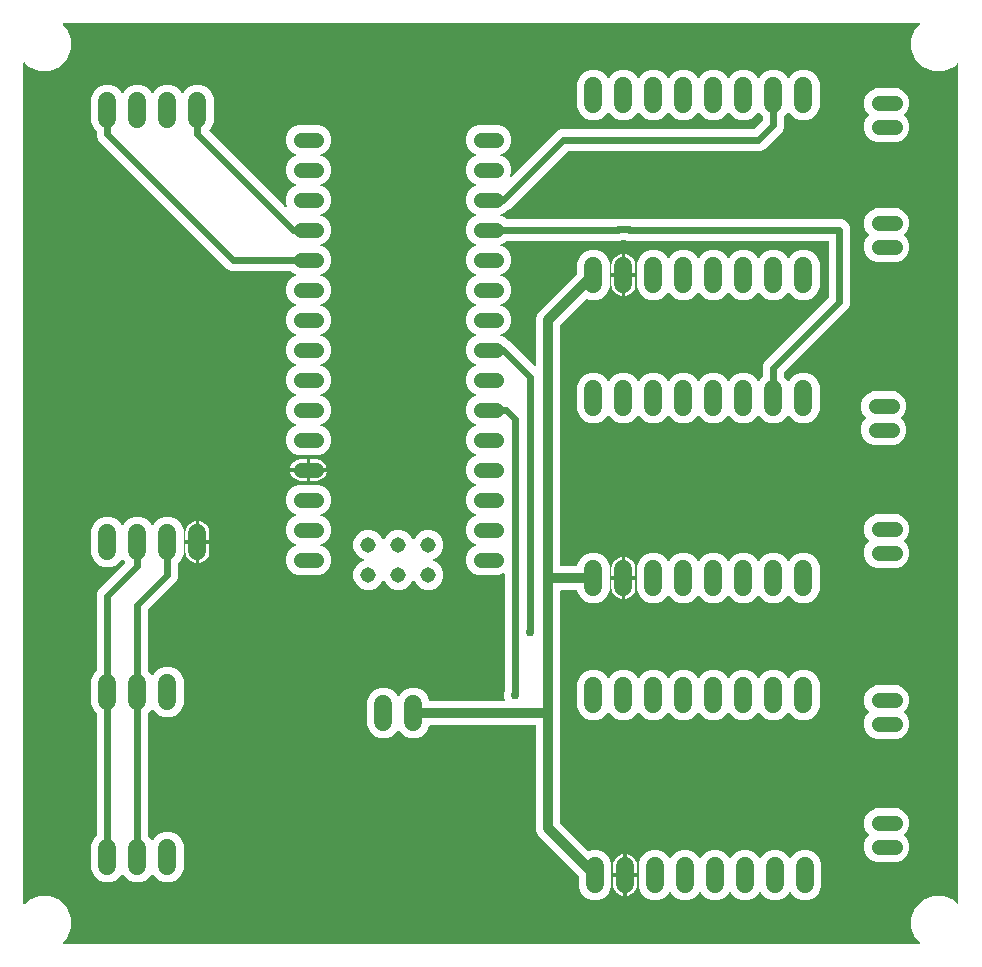
<source format=gbr>
G04 EAGLE Gerber RS-274X export*
G75*
%MOMM*%
%FSLAX34Y34*%
%LPD*%
%INTop Copper*%
%IPPOS*%
%AMOC8*
5,1,8,0,0,1.08239X$1,22.5*%
G01*
%ADD10C,1.308000*%
%ADD11C,1.308000*%
%ADD12C,1.524000*%
%ADD13C,0.609600*%
%ADD14C,0.812800*%
%ADD15C,0.756400*%

G36*
X768542Y10172D02*
X768542Y10172D01*
X768614Y10174D01*
X768663Y10192D01*
X768714Y10200D01*
X768778Y10234D01*
X768845Y10259D01*
X768886Y10291D01*
X768932Y10316D01*
X768981Y10368D01*
X769037Y10412D01*
X769065Y10456D01*
X769101Y10494D01*
X769131Y10559D01*
X769170Y10619D01*
X769183Y10670D01*
X769205Y10717D01*
X769213Y10788D01*
X769230Y10858D01*
X769226Y10910D01*
X769232Y10961D01*
X769216Y11032D01*
X769211Y11103D01*
X769191Y11151D01*
X769179Y11202D01*
X769143Y11263D01*
X769115Y11329D01*
X769070Y11385D01*
X769053Y11413D01*
X769035Y11428D01*
X769010Y11460D01*
X765480Y14990D01*
X761999Y23393D01*
X761999Y32487D01*
X765480Y40890D01*
X771910Y47320D01*
X780313Y50801D01*
X789407Y50801D01*
X797810Y47320D01*
X800580Y44550D01*
X800638Y44508D01*
X800690Y44459D01*
X800737Y44437D01*
X800779Y44407D01*
X800848Y44386D01*
X800913Y44355D01*
X800965Y44350D01*
X801015Y44334D01*
X801086Y44336D01*
X801157Y44328D01*
X801208Y44339D01*
X801260Y44341D01*
X801328Y44365D01*
X801398Y44381D01*
X801443Y44407D01*
X801491Y44425D01*
X801547Y44470D01*
X801609Y44507D01*
X801643Y44546D01*
X801683Y44579D01*
X801722Y44639D01*
X801769Y44694D01*
X801788Y44742D01*
X801816Y44786D01*
X801834Y44855D01*
X801861Y44922D01*
X801869Y44993D01*
X801877Y45024D01*
X801875Y45048D01*
X801879Y45089D01*
X801879Y755011D01*
X801868Y755082D01*
X801866Y755154D01*
X801848Y755203D01*
X801840Y755254D01*
X801806Y755318D01*
X801781Y755385D01*
X801749Y755426D01*
X801724Y755472D01*
X801672Y755521D01*
X801628Y755577D01*
X801584Y755605D01*
X801546Y755641D01*
X801481Y755671D01*
X801421Y755710D01*
X801370Y755723D01*
X801323Y755745D01*
X801252Y755753D01*
X801182Y755770D01*
X801130Y755766D01*
X801079Y755772D01*
X801008Y755756D01*
X800937Y755751D01*
X800889Y755731D01*
X800838Y755719D01*
X800777Y755683D01*
X800711Y755655D01*
X800655Y755610D01*
X800627Y755593D01*
X800612Y755575D01*
X800580Y755550D01*
X797810Y752780D01*
X789407Y749299D01*
X780313Y749299D01*
X771910Y752780D01*
X765480Y759210D01*
X761999Y767613D01*
X761999Y776707D01*
X765480Y785110D01*
X768910Y788540D01*
X768952Y788598D01*
X769001Y788650D01*
X769023Y788697D01*
X769053Y788739D01*
X769074Y788808D01*
X769105Y788873D01*
X769110Y788925D01*
X769126Y788975D01*
X769124Y789046D01*
X769132Y789117D01*
X769121Y789168D01*
X769119Y789220D01*
X769095Y789288D01*
X769079Y789358D01*
X769053Y789403D01*
X769035Y789451D01*
X768990Y789507D01*
X768953Y789569D01*
X768914Y789603D01*
X768881Y789643D01*
X768821Y789682D01*
X768766Y789729D01*
X768718Y789748D01*
X768674Y789776D01*
X768605Y789794D01*
X768538Y789821D01*
X768467Y789829D01*
X768436Y789837D01*
X768412Y789835D01*
X768371Y789839D01*
X44429Y789839D01*
X44358Y789828D01*
X44286Y789826D01*
X44237Y789808D01*
X44186Y789800D01*
X44122Y789766D01*
X44055Y789741D01*
X44014Y789709D01*
X43968Y789684D01*
X43919Y789632D01*
X43863Y789588D01*
X43835Y789544D01*
X43799Y789506D01*
X43769Y789441D01*
X43730Y789381D01*
X43717Y789330D01*
X43695Y789283D01*
X43687Y789212D01*
X43670Y789142D01*
X43674Y789090D01*
X43668Y789039D01*
X43684Y788968D01*
X43689Y788897D01*
X43709Y788849D01*
X43721Y788798D01*
X43757Y788737D01*
X43785Y788671D01*
X43830Y788615D01*
X43847Y788587D01*
X43865Y788572D01*
X43890Y788540D01*
X47320Y785110D01*
X50801Y776707D01*
X50801Y767613D01*
X47320Y759210D01*
X40890Y752780D01*
X32487Y749299D01*
X23393Y749299D01*
X14990Y752780D01*
X11460Y756310D01*
X11402Y756352D01*
X11350Y756401D01*
X11303Y756423D01*
X11261Y756453D01*
X11192Y756474D01*
X11127Y756505D01*
X11075Y756510D01*
X11025Y756526D01*
X10954Y756524D01*
X10883Y756532D01*
X10832Y756521D01*
X10780Y756519D01*
X10712Y756495D01*
X10642Y756479D01*
X10597Y756453D01*
X10549Y756435D01*
X10493Y756390D01*
X10431Y756353D01*
X10397Y756314D01*
X10357Y756281D01*
X10318Y756221D01*
X10271Y756166D01*
X10252Y756118D01*
X10224Y756074D01*
X10206Y756005D01*
X10179Y755938D01*
X10171Y755867D01*
X10163Y755836D01*
X10165Y755812D01*
X10161Y755771D01*
X10161Y44329D01*
X10172Y44258D01*
X10174Y44186D01*
X10192Y44137D01*
X10200Y44086D01*
X10234Y44022D01*
X10259Y43955D01*
X10291Y43914D01*
X10316Y43868D01*
X10368Y43819D01*
X10412Y43763D01*
X10456Y43735D01*
X10494Y43699D01*
X10559Y43669D01*
X10619Y43630D01*
X10670Y43617D01*
X10717Y43595D01*
X10788Y43587D01*
X10858Y43570D01*
X10910Y43574D01*
X10961Y43568D01*
X11032Y43584D01*
X11103Y43589D01*
X11151Y43609D01*
X11202Y43621D01*
X11263Y43657D01*
X11329Y43685D01*
X11385Y43730D01*
X11413Y43747D01*
X11428Y43765D01*
X11460Y43790D01*
X14990Y47320D01*
X23393Y50801D01*
X32487Y50801D01*
X40890Y47320D01*
X47320Y40890D01*
X50801Y32487D01*
X50801Y23393D01*
X47320Y14990D01*
X43790Y11460D01*
X43748Y11402D01*
X43699Y11350D01*
X43677Y11303D01*
X43647Y11261D01*
X43626Y11192D01*
X43595Y11127D01*
X43590Y11075D01*
X43574Y11025D01*
X43576Y10954D01*
X43568Y10883D01*
X43579Y10832D01*
X43581Y10780D01*
X43605Y10712D01*
X43621Y10642D01*
X43647Y10597D01*
X43665Y10549D01*
X43710Y10493D01*
X43747Y10431D01*
X43786Y10397D01*
X43819Y10357D01*
X43879Y10318D01*
X43934Y10271D01*
X43982Y10252D01*
X44026Y10224D01*
X44095Y10206D01*
X44162Y10179D01*
X44233Y10171D01*
X44264Y10163D01*
X44288Y10165D01*
X44329Y10161D01*
X768471Y10161D01*
X768542Y10172D01*
G37*
%LPC*%
G36*
X491302Y47243D02*
X491302Y47243D01*
X486260Y49332D01*
X482402Y53190D01*
X480313Y58232D01*
X480313Y67612D01*
X480299Y67702D01*
X480291Y67793D01*
X480279Y67823D01*
X480274Y67855D01*
X480231Y67935D01*
X480195Y68019D01*
X480169Y68051D01*
X480158Y68072D01*
X480135Y68094D01*
X480090Y68150D01*
X449011Y99229D01*
X446046Y102194D01*
X444499Y105929D01*
X444499Y194818D01*
X444496Y194838D01*
X444498Y194857D01*
X444476Y194959D01*
X444460Y195061D01*
X444450Y195078D01*
X444446Y195098D01*
X444393Y195187D01*
X444344Y195278D01*
X444330Y195292D01*
X444320Y195309D01*
X444241Y195376D01*
X444166Y195448D01*
X444148Y195456D01*
X444133Y195469D01*
X444037Y195508D01*
X443943Y195551D01*
X443923Y195553D01*
X443905Y195561D01*
X443738Y195579D01*
X354663Y195579D01*
X354548Y195560D01*
X354432Y195543D01*
X354427Y195541D01*
X354420Y195540D01*
X354318Y195485D01*
X354213Y195432D01*
X354209Y195427D01*
X354203Y195424D01*
X354123Y195340D01*
X354041Y195256D01*
X354037Y195250D01*
X354034Y195246D01*
X354026Y195229D01*
X353960Y195109D01*
X351988Y190350D01*
X348130Y186492D01*
X343088Y184403D01*
X337632Y184403D01*
X332590Y186492D01*
X328732Y190350D01*
X328363Y191239D01*
X328326Y191300D01*
X328296Y191365D01*
X328261Y191404D01*
X328234Y191448D01*
X328179Y191494D01*
X328130Y191547D01*
X328084Y191572D01*
X328044Y191605D01*
X327977Y191631D01*
X327914Y191665D01*
X327863Y191674D01*
X327815Y191693D01*
X327743Y191696D01*
X327672Y191709D01*
X327621Y191701D01*
X327569Y191703D01*
X327500Y191684D01*
X327429Y191673D01*
X327383Y191649D01*
X327333Y191635D01*
X327274Y191594D01*
X327210Y191562D01*
X327173Y191524D01*
X327131Y191495D01*
X327088Y191437D01*
X327038Y191386D01*
X327003Y191323D01*
X326984Y191297D01*
X326977Y191275D01*
X326957Y191239D01*
X326588Y190350D01*
X322730Y186492D01*
X317688Y184403D01*
X312232Y184403D01*
X307190Y186492D01*
X303332Y190350D01*
X301243Y195392D01*
X301243Y216088D01*
X303332Y221130D01*
X307190Y224988D01*
X312232Y227077D01*
X317688Y227077D01*
X322730Y224988D01*
X326588Y221130D01*
X326957Y220241D01*
X326994Y220180D01*
X327024Y220115D01*
X327059Y220076D01*
X327086Y220032D01*
X327142Y219986D01*
X327190Y219933D01*
X327236Y219908D01*
X327276Y219875D01*
X327343Y219849D01*
X327406Y219815D01*
X327457Y219806D01*
X327505Y219787D01*
X327577Y219784D01*
X327648Y219771D01*
X327699Y219779D01*
X327751Y219777D01*
X327820Y219796D01*
X327891Y219807D01*
X327937Y219831D01*
X327987Y219845D01*
X328046Y219886D01*
X328110Y219918D01*
X328147Y219956D01*
X328189Y219985D01*
X328232Y220043D01*
X328282Y220094D01*
X328317Y220157D01*
X328336Y220183D01*
X328344Y220205D01*
X328363Y220241D01*
X328732Y221130D01*
X332590Y224988D01*
X337632Y227077D01*
X343088Y227077D01*
X348130Y224988D01*
X351988Y221130D01*
X353960Y216371D01*
X354021Y216271D01*
X354081Y216171D01*
X354086Y216167D01*
X354089Y216162D01*
X354180Y216087D01*
X354268Y216011D01*
X354274Y216009D01*
X354279Y216005D01*
X354387Y215963D01*
X354496Y215919D01*
X354504Y215918D01*
X354509Y215917D01*
X354527Y215916D01*
X354663Y215901D01*
X416992Y215901D01*
X417037Y215908D01*
X417083Y215906D01*
X417158Y215928D01*
X417235Y215940D01*
X417275Y215962D01*
X417319Y215975D01*
X417383Y216019D01*
X417452Y216056D01*
X417484Y216089D01*
X417521Y216115D01*
X417568Y216178D01*
X417621Y216234D01*
X417641Y216276D01*
X417668Y216312D01*
X417692Y216386D01*
X417725Y216457D01*
X417730Y216503D01*
X417744Y216546D01*
X417744Y216624D01*
X417752Y216701D01*
X417742Y216746D01*
X417742Y216792D01*
X417704Y216924D01*
X417700Y216942D01*
X417697Y216946D01*
X417695Y216953D01*
X416841Y219015D01*
X416841Y222945D01*
X417517Y224577D01*
X417526Y224614D01*
X417533Y224628D01*
X417535Y224647D01*
X417557Y224702D01*
X417566Y224785D01*
X417573Y224817D01*
X417572Y224836D01*
X417575Y224868D01*
X417575Y323435D01*
X417568Y323480D01*
X417570Y323526D01*
X417548Y323601D01*
X417536Y323678D01*
X417514Y323718D01*
X417501Y323762D01*
X417457Y323826D01*
X417420Y323895D01*
X417387Y323927D01*
X417361Y323964D01*
X417299Y324011D01*
X417242Y324064D01*
X417200Y324084D01*
X417164Y324111D01*
X417090Y324135D01*
X417019Y324168D01*
X416973Y324173D01*
X416930Y324187D01*
X416852Y324187D01*
X416775Y324195D01*
X416730Y324185D01*
X416684Y324185D01*
X416552Y324147D01*
X416534Y324143D01*
X416530Y324140D01*
X416523Y324138D01*
X412914Y322643D01*
X394806Y322643D01*
X390162Y324567D01*
X386607Y328122D01*
X384683Y332766D01*
X384683Y337794D01*
X386607Y342438D01*
X390162Y345993D01*
X393261Y347277D01*
X393322Y347315D01*
X393388Y347344D01*
X393426Y347379D01*
X393470Y347406D01*
X393516Y347462D01*
X393569Y347510D01*
X393594Y347556D01*
X393627Y347596D01*
X393653Y347663D01*
X393687Y347726D01*
X393697Y347777D01*
X393715Y347825D01*
X393718Y347897D01*
X393731Y347968D01*
X393724Y348019D01*
X393726Y348071D01*
X393706Y348140D01*
X393695Y348211D01*
X393672Y348257D01*
X393657Y348307D01*
X393616Y348366D01*
X393584Y348430D01*
X393547Y348467D01*
X393517Y348509D01*
X393459Y348552D01*
X393408Y348602D01*
X393345Y348637D01*
X393320Y348656D01*
X393297Y348663D01*
X393261Y348683D01*
X390162Y349967D01*
X386607Y353522D01*
X384683Y358166D01*
X384683Y363194D01*
X386607Y367838D01*
X390162Y371393D01*
X393261Y372677D01*
X393322Y372715D01*
X393388Y372744D01*
X393426Y372779D01*
X393470Y372806D01*
X393516Y372862D01*
X393569Y372910D01*
X393594Y372956D01*
X393627Y372996D01*
X393653Y373063D01*
X393687Y373126D01*
X393697Y373177D01*
X393715Y373225D01*
X393718Y373297D01*
X393731Y373368D01*
X393724Y373419D01*
X393726Y373471D01*
X393706Y373540D01*
X393695Y373611D01*
X393672Y373657D01*
X393657Y373707D01*
X393616Y373766D01*
X393584Y373830D01*
X393547Y373867D01*
X393517Y373909D01*
X393459Y373952D01*
X393408Y374002D01*
X393345Y374037D01*
X393320Y374056D01*
X393297Y374063D01*
X393261Y374083D01*
X390162Y375367D01*
X386607Y378922D01*
X384683Y383566D01*
X384683Y388594D01*
X386607Y393238D01*
X390162Y396793D01*
X393261Y398077D01*
X393322Y398115D01*
X393388Y398144D01*
X393426Y398179D01*
X393470Y398206D01*
X393516Y398262D01*
X393569Y398310D01*
X393594Y398356D01*
X393627Y398396D01*
X393653Y398463D01*
X393687Y398526D01*
X393697Y398577D01*
X393715Y398625D01*
X393718Y398697D01*
X393731Y398768D01*
X393724Y398819D01*
X393726Y398871D01*
X393706Y398940D01*
X393695Y399011D01*
X393672Y399057D01*
X393657Y399107D01*
X393616Y399166D01*
X393584Y399230D01*
X393547Y399267D01*
X393517Y399309D01*
X393459Y399352D01*
X393408Y399402D01*
X393345Y399437D01*
X393320Y399456D01*
X393297Y399463D01*
X393261Y399483D01*
X390162Y400767D01*
X386607Y404322D01*
X384683Y408966D01*
X384683Y413994D01*
X386607Y418638D01*
X390162Y422193D01*
X393261Y423477D01*
X393322Y423515D01*
X393388Y423544D01*
X393426Y423579D01*
X393470Y423606D01*
X393516Y423662D01*
X393569Y423710D01*
X393594Y423756D01*
X393627Y423796D01*
X393653Y423863D01*
X393687Y423926D01*
X393697Y423977D01*
X393715Y424025D01*
X393718Y424097D01*
X393731Y424168D01*
X393724Y424219D01*
X393726Y424271D01*
X393706Y424340D01*
X393695Y424411D01*
X393672Y424457D01*
X393657Y424507D01*
X393616Y424566D01*
X393584Y424630D01*
X393547Y424667D01*
X393517Y424709D01*
X393459Y424752D01*
X393408Y424802D01*
X393345Y424837D01*
X393320Y424856D01*
X393297Y424863D01*
X393261Y424883D01*
X390162Y426167D01*
X386607Y429722D01*
X384683Y434366D01*
X384683Y439394D01*
X386607Y444038D01*
X390162Y447593D01*
X393261Y448877D01*
X393322Y448915D01*
X393388Y448944D01*
X393426Y448979D01*
X393470Y449006D01*
X393516Y449062D01*
X393569Y449110D01*
X393594Y449156D01*
X393627Y449196D01*
X393653Y449263D01*
X393687Y449326D01*
X393697Y449377D01*
X393715Y449425D01*
X393718Y449497D01*
X393731Y449568D01*
X393724Y449619D01*
X393726Y449671D01*
X393706Y449740D01*
X393695Y449811D01*
X393672Y449857D01*
X393657Y449907D01*
X393616Y449966D01*
X393584Y450030D01*
X393547Y450067D01*
X393517Y450109D01*
X393459Y450152D01*
X393408Y450202D01*
X393345Y450237D01*
X393320Y450256D01*
X393297Y450263D01*
X393261Y450283D01*
X390162Y451567D01*
X386607Y455122D01*
X384683Y459766D01*
X384683Y464794D01*
X386607Y469438D01*
X390162Y472993D01*
X393261Y474277D01*
X393322Y474315D01*
X393388Y474344D01*
X393426Y474379D01*
X393470Y474406D01*
X393516Y474462D01*
X393569Y474510D01*
X393594Y474556D01*
X393627Y474596D01*
X393653Y474663D01*
X393687Y474726D01*
X393697Y474777D01*
X393715Y474825D01*
X393718Y474897D01*
X393731Y474968D01*
X393724Y475019D01*
X393726Y475071D01*
X393706Y475140D01*
X393695Y475211D01*
X393672Y475257D01*
X393657Y475307D01*
X393616Y475366D01*
X393584Y475430D01*
X393547Y475467D01*
X393517Y475509D01*
X393459Y475552D01*
X393408Y475602D01*
X393345Y475637D01*
X393320Y475656D01*
X393297Y475663D01*
X393261Y475683D01*
X390162Y476967D01*
X386607Y480522D01*
X384683Y485166D01*
X384683Y490194D01*
X386607Y494838D01*
X390162Y498393D01*
X393261Y499677D01*
X393322Y499715D01*
X393388Y499744D01*
X393426Y499779D01*
X393470Y499806D01*
X393516Y499862D01*
X393569Y499910D01*
X393594Y499956D01*
X393627Y499996D01*
X393653Y500063D01*
X393687Y500126D01*
X393697Y500177D01*
X393715Y500225D01*
X393718Y500297D01*
X393731Y500368D01*
X393724Y500419D01*
X393726Y500471D01*
X393706Y500540D01*
X393695Y500611D01*
X393672Y500657D01*
X393657Y500707D01*
X393616Y500766D01*
X393584Y500830D01*
X393547Y500867D01*
X393517Y500909D01*
X393459Y500952D01*
X393408Y501002D01*
X393345Y501037D01*
X393320Y501056D01*
X393297Y501063D01*
X393261Y501083D01*
X390162Y502367D01*
X386607Y505922D01*
X384683Y510566D01*
X384683Y515594D01*
X386607Y520238D01*
X390162Y523793D01*
X393261Y525077D01*
X393322Y525115D01*
X393388Y525144D01*
X393426Y525179D01*
X393470Y525206D01*
X393516Y525262D01*
X393569Y525310D01*
X393594Y525356D01*
X393627Y525396D01*
X393653Y525463D01*
X393687Y525526D01*
X393697Y525577D01*
X393715Y525625D01*
X393718Y525697D01*
X393731Y525768D01*
X393724Y525819D01*
X393726Y525871D01*
X393706Y525940D01*
X393695Y526011D01*
X393672Y526057D01*
X393657Y526107D01*
X393616Y526166D01*
X393584Y526230D01*
X393547Y526267D01*
X393517Y526309D01*
X393459Y526352D01*
X393408Y526402D01*
X393345Y526437D01*
X393320Y526456D01*
X393297Y526463D01*
X393261Y526483D01*
X390162Y527767D01*
X386607Y531322D01*
X384683Y535966D01*
X384683Y540994D01*
X386607Y545638D01*
X390162Y549193D01*
X393261Y550477D01*
X393322Y550515D01*
X393388Y550544D01*
X393426Y550579D01*
X393470Y550606D01*
X393516Y550662D01*
X393569Y550710D01*
X393594Y550756D01*
X393627Y550796D01*
X393653Y550863D01*
X393687Y550926D01*
X393697Y550977D01*
X393715Y551025D01*
X393718Y551097D01*
X393731Y551168D01*
X393724Y551219D01*
X393726Y551271D01*
X393706Y551340D01*
X393695Y551411D01*
X393672Y551457D01*
X393657Y551507D01*
X393616Y551566D01*
X393584Y551630D01*
X393547Y551667D01*
X393517Y551709D01*
X393459Y551752D01*
X393408Y551802D01*
X393345Y551837D01*
X393320Y551856D01*
X393297Y551863D01*
X393261Y551883D01*
X390162Y553167D01*
X386607Y556722D01*
X384683Y561366D01*
X384683Y566394D01*
X386607Y571038D01*
X390162Y574593D01*
X393261Y575877D01*
X393322Y575915D01*
X393388Y575944D01*
X393426Y575979D01*
X393470Y576006D01*
X393516Y576062D01*
X393569Y576110D01*
X393594Y576156D01*
X393627Y576196D01*
X393653Y576263D01*
X393687Y576326D01*
X393697Y576377D01*
X393715Y576425D01*
X393718Y576497D01*
X393731Y576568D01*
X393724Y576619D01*
X393726Y576671D01*
X393706Y576740D01*
X393695Y576811D01*
X393672Y576857D01*
X393657Y576907D01*
X393616Y576966D01*
X393584Y577030D01*
X393547Y577067D01*
X393517Y577109D01*
X393459Y577152D01*
X393408Y577202D01*
X393345Y577237D01*
X393320Y577256D01*
X393297Y577263D01*
X393261Y577283D01*
X390162Y578567D01*
X386607Y582122D01*
X384683Y586766D01*
X384683Y591794D01*
X386607Y596438D01*
X390162Y599993D01*
X393261Y601277D01*
X393322Y601315D01*
X393388Y601344D01*
X393426Y601379D01*
X393470Y601406D01*
X393516Y601462D01*
X393569Y601510D01*
X393594Y601556D01*
X393627Y601596D01*
X393653Y601663D01*
X393687Y601726D01*
X393697Y601777D01*
X393715Y601825D01*
X393718Y601897D01*
X393731Y601968D01*
X393724Y602019D01*
X393726Y602071D01*
X393706Y602140D01*
X393695Y602211D01*
X393672Y602257D01*
X393657Y602307D01*
X393616Y602366D01*
X393584Y602430D01*
X393547Y602467D01*
X393517Y602509D01*
X393459Y602552D01*
X393408Y602602D01*
X393345Y602637D01*
X393320Y602656D01*
X393297Y602663D01*
X393261Y602683D01*
X390162Y603967D01*
X386607Y607522D01*
X384683Y612166D01*
X384683Y617194D01*
X386607Y621838D01*
X390162Y625393D01*
X393261Y626677D01*
X393322Y626714D01*
X393388Y626744D01*
X393426Y626779D01*
X393470Y626806D01*
X393516Y626861D01*
X393569Y626910D01*
X393594Y626956D01*
X393627Y626996D01*
X393653Y627063D01*
X393687Y627126D01*
X393697Y627177D01*
X393715Y627225D01*
X393718Y627297D01*
X393731Y627368D01*
X393723Y627419D01*
X393726Y627471D01*
X393706Y627540D01*
X393695Y627611D01*
X393672Y627657D01*
X393657Y627707D01*
X393616Y627766D01*
X393584Y627830D01*
X393547Y627867D01*
X393517Y627909D01*
X393459Y627952D01*
X393408Y628002D01*
X393345Y628037D01*
X393320Y628056D01*
X393297Y628063D01*
X393261Y628083D01*
X390162Y629367D01*
X386607Y632922D01*
X384683Y637566D01*
X384683Y642594D01*
X386607Y647238D01*
X390162Y650793D01*
X393261Y652077D01*
X393322Y652115D01*
X393388Y652144D01*
X393426Y652179D01*
X393470Y652206D01*
X393516Y652262D01*
X393569Y652310D01*
X393594Y652356D01*
X393627Y652396D01*
X393653Y652463D01*
X393687Y652526D01*
X393697Y652577D01*
X393715Y652625D01*
X393718Y652697D01*
X393731Y652768D01*
X393723Y652819D01*
X393726Y652871D01*
X393706Y652940D01*
X393695Y653011D01*
X393672Y653057D01*
X393657Y653107D01*
X393616Y653166D01*
X393584Y653230D01*
X393547Y653267D01*
X393517Y653309D01*
X393459Y653352D01*
X393408Y653402D01*
X393345Y653437D01*
X393320Y653456D01*
X393297Y653463D01*
X393261Y653483D01*
X390162Y654767D01*
X386607Y658322D01*
X384683Y662966D01*
X384683Y667994D01*
X386607Y672638D01*
X390162Y676193D01*
X393261Y677477D01*
X393322Y677515D01*
X393388Y677544D01*
X393426Y677579D01*
X393470Y677606D01*
X393516Y677662D01*
X393569Y677710D01*
X393594Y677756D01*
X393627Y677796D01*
X393653Y677863D01*
X393687Y677926D01*
X393697Y677977D01*
X393715Y678025D01*
X393718Y678097D01*
X393731Y678168D01*
X393723Y678219D01*
X393726Y678271D01*
X393706Y678340D01*
X393695Y678411D01*
X393672Y678457D01*
X393657Y678507D01*
X393616Y678566D01*
X393584Y678630D01*
X393547Y678667D01*
X393517Y678709D01*
X393459Y678752D01*
X393408Y678802D01*
X393345Y678837D01*
X393320Y678856D01*
X393297Y678863D01*
X393261Y678883D01*
X390162Y680167D01*
X386607Y683722D01*
X384683Y688366D01*
X384683Y693394D01*
X386607Y698038D01*
X390162Y701593D01*
X394806Y703517D01*
X412914Y703517D01*
X417558Y701593D01*
X421113Y698038D01*
X423037Y693394D01*
X423037Y688366D01*
X421113Y683722D01*
X417558Y680167D01*
X414459Y678883D01*
X414398Y678846D01*
X414332Y678816D01*
X414294Y678781D01*
X414250Y678754D01*
X414204Y678699D01*
X414151Y678650D01*
X414126Y678604D01*
X414093Y678564D01*
X414067Y678497D01*
X414033Y678434D01*
X414023Y678383D01*
X414005Y678335D01*
X414002Y678263D01*
X413989Y678192D01*
X413997Y678141D01*
X413994Y678089D01*
X414014Y678020D01*
X414025Y677949D01*
X414048Y677903D01*
X414063Y677853D01*
X414104Y677794D01*
X414136Y677730D01*
X414173Y677693D01*
X414203Y677651D01*
X414261Y677608D01*
X414312Y677558D01*
X414375Y677523D01*
X414400Y677504D01*
X414423Y677497D01*
X414459Y677477D01*
X417558Y676193D01*
X421113Y672638D01*
X423037Y667994D01*
X423037Y662966D01*
X422043Y660566D01*
X422020Y660472D01*
X421992Y660379D01*
X421992Y660352D01*
X421986Y660327D01*
X421996Y660230D01*
X421998Y660133D01*
X422007Y660108D01*
X422010Y660082D01*
X422049Y659993D01*
X422083Y659902D01*
X422099Y659881D01*
X422110Y659857D01*
X422175Y659786D01*
X422236Y659710D01*
X422258Y659696D01*
X422276Y659676D01*
X422361Y659629D01*
X422443Y659577D01*
X422469Y659570D01*
X422491Y659558D01*
X422587Y659540D01*
X422682Y659517D01*
X422708Y659519D01*
X422734Y659514D01*
X422830Y659528D01*
X422927Y659536D01*
X422951Y659546D01*
X422977Y659550D01*
X423064Y659594D01*
X423153Y659632D01*
X423179Y659652D01*
X423196Y659661D01*
X423219Y659685D01*
X423284Y659737D01*
X462180Y698633D01*
X465541Y700025D01*
X628357Y700025D01*
X628447Y700039D01*
X628538Y700047D01*
X628568Y700059D01*
X628600Y700064D01*
X628680Y700107D01*
X628764Y700143D01*
X628796Y700169D01*
X628817Y700180D01*
X628839Y700203D01*
X628895Y700248D01*
X635792Y707145D01*
X635845Y707219D01*
X635905Y707288D01*
X635917Y707318D01*
X635936Y707345D01*
X635963Y707432D01*
X635997Y707516D01*
X636001Y707557D01*
X636008Y707580D01*
X636007Y707612D01*
X636015Y707683D01*
X636015Y710791D01*
X636001Y710881D01*
X635993Y710972D01*
X635981Y711002D01*
X635976Y711034D01*
X635933Y711114D01*
X635897Y711198D01*
X635871Y711230D01*
X635860Y711251D01*
X635837Y711273D01*
X635792Y711329D01*
X633532Y713590D01*
X633163Y714479D01*
X633126Y714540D01*
X633096Y714605D01*
X633061Y714644D01*
X633034Y714688D01*
X632978Y714734D01*
X632930Y714787D01*
X632884Y714812D01*
X632844Y714845D01*
X632777Y714871D01*
X632714Y714905D01*
X632663Y714914D01*
X632615Y714933D01*
X632543Y714936D01*
X632472Y714949D01*
X632421Y714941D01*
X632369Y714943D01*
X632300Y714924D01*
X632229Y714913D01*
X632183Y714889D01*
X632133Y714875D01*
X632074Y714834D01*
X632010Y714802D01*
X631973Y714764D01*
X631931Y714735D01*
X631888Y714677D01*
X631838Y714626D01*
X631803Y714563D01*
X631784Y714537D01*
X631776Y714515D01*
X631757Y714479D01*
X631388Y713590D01*
X627530Y709732D01*
X622488Y707643D01*
X617032Y707643D01*
X611990Y709732D01*
X608132Y713590D01*
X607763Y714479D01*
X607726Y714540D01*
X607696Y714605D01*
X607661Y714644D01*
X607634Y714688D01*
X607578Y714734D01*
X607530Y714787D01*
X607484Y714812D01*
X607444Y714845D01*
X607377Y714871D01*
X607314Y714905D01*
X607263Y714914D01*
X607215Y714933D01*
X607143Y714936D01*
X607072Y714949D01*
X607021Y714941D01*
X606969Y714943D01*
X606900Y714924D01*
X606829Y714913D01*
X606783Y714889D01*
X606733Y714875D01*
X606674Y714834D01*
X606610Y714802D01*
X606573Y714764D01*
X606531Y714735D01*
X606488Y714677D01*
X606438Y714626D01*
X606403Y714563D01*
X606384Y714537D01*
X606376Y714515D01*
X606357Y714479D01*
X605988Y713590D01*
X602130Y709732D01*
X597088Y707643D01*
X591632Y707643D01*
X586590Y709732D01*
X582732Y713590D01*
X582363Y714479D01*
X582326Y714540D01*
X582296Y714605D01*
X582261Y714644D01*
X582234Y714688D01*
X582178Y714734D01*
X582130Y714787D01*
X582084Y714812D01*
X582044Y714845D01*
X581977Y714871D01*
X581914Y714905D01*
X581863Y714914D01*
X581815Y714933D01*
X581743Y714936D01*
X581672Y714949D01*
X581621Y714941D01*
X581569Y714943D01*
X581500Y714924D01*
X581429Y714913D01*
X581383Y714889D01*
X581333Y714875D01*
X581274Y714834D01*
X581210Y714802D01*
X581173Y714764D01*
X581131Y714735D01*
X581088Y714677D01*
X581038Y714626D01*
X581003Y714563D01*
X580984Y714537D01*
X580976Y714515D01*
X580957Y714479D01*
X580588Y713590D01*
X576730Y709732D01*
X571688Y707643D01*
X566232Y707643D01*
X561190Y709732D01*
X557332Y713590D01*
X556963Y714479D01*
X556926Y714540D01*
X556896Y714605D01*
X556861Y714644D01*
X556834Y714688D01*
X556778Y714734D01*
X556730Y714787D01*
X556684Y714812D01*
X556644Y714845D01*
X556577Y714871D01*
X556514Y714905D01*
X556463Y714914D01*
X556415Y714933D01*
X556343Y714936D01*
X556272Y714949D01*
X556221Y714941D01*
X556169Y714943D01*
X556100Y714924D01*
X556029Y714913D01*
X555983Y714889D01*
X555933Y714875D01*
X555874Y714834D01*
X555810Y714802D01*
X555773Y714764D01*
X555731Y714735D01*
X555688Y714677D01*
X555638Y714626D01*
X555603Y714563D01*
X555584Y714537D01*
X555576Y714515D01*
X555557Y714479D01*
X555188Y713590D01*
X551330Y709732D01*
X546288Y707643D01*
X540832Y707643D01*
X535790Y709732D01*
X531932Y713590D01*
X531563Y714479D01*
X531526Y714540D01*
X531496Y714605D01*
X531461Y714644D01*
X531434Y714688D01*
X531379Y714734D01*
X531330Y714787D01*
X531284Y714812D01*
X531244Y714845D01*
X531177Y714871D01*
X531114Y714905D01*
X531063Y714914D01*
X531015Y714933D01*
X530943Y714936D01*
X530872Y714949D01*
X530821Y714941D01*
X530769Y714943D01*
X530700Y714924D01*
X530629Y714913D01*
X530583Y714889D01*
X530533Y714875D01*
X530474Y714834D01*
X530410Y714802D01*
X530373Y714764D01*
X530331Y714735D01*
X530288Y714677D01*
X530238Y714626D01*
X530203Y714563D01*
X530184Y714537D01*
X530177Y714515D01*
X530157Y714479D01*
X529788Y713590D01*
X525930Y709732D01*
X520888Y707643D01*
X515432Y707643D01*
X510390Y709732D01*
X506532Y713590D01*
X506163Y714479D01*
X506126Y714540D01*
X506096Y714605D01*
X506061Y714644D01*
X506034Y714688D01*
X505979Y714734D01*
X505930Y714787D01*
X505884Y714812D01*
X505844Y714845D01*
X505777Y714871D01*
X505714Y714905D01*
X505663Y714914D01*
X505615Y714933D01*
X505543Y714936D01*
X505472Y714949D01*
X505421Y714941D01*
X505369Y714943D01*
X505300Y714924D01*
X505229Y714913D01*
X505183Y714889D01*
X505133Y714875D01*
X505074Y714834D01*
X505010Y714802D01*
X504973Y714764D01*
X504931Y714735D01*
X504888Y714677D01*
X504838Y714626D01*
X504803Y714563D01*
X504784Y714537D01*
X504777Y714515D01*
X504757Y714479D01*
X504388Y713590D01*
X500530Y709732D01*
X495488Y707643D01*
X490032Y707643D01*
X484990Y709732D01*
X481132Y713590D01*
X479043Y718632D01*
X479043Y739328D01*
X481132Y744370D01*
X484990Y748228D01*
X490032Y750317D01*
X495488Y750317D01*
X500530Y748228D01*
X504388Y744370D01*
X504757Y743481D01*
X504794Y743420D01*
X504824Y743355D01*
X504859Y743316D01*
X504886Y743272D01*
X504942Y743226D01*
X504990Y743173D01*
X505036Y743148D01*
X505076Y743115D01*
X505143Y743089D01*
X505206Y743055D01*
X505257Y743046D01*
X505305Y743027D01*
X505377Y743024D01*
X505448Y743011D01*
X505499Y743019D01*
X505551Y743017D01*
X505620Y743036D01*
X505691Y743047D01*
X505737Y743071D01*
X505787Y743085D01*
X505846Y743126D01*
X505910Y743158D01*
X505947Y743196D01*
X505989Y743225D01*
X506032Y743283D01*
X506082Y743334D01*
X506117Y743397D01*
X506136Y743423D01*
X506144Y743445D01*
X506163Y743481D01*
X506532Y744370D01*
X510390Y748228D01*
X515432Y750317D01*
X520888Y750317D01*
X525930Y748228D01*
X529788Y744370D01*
X530157Y743481D01*
X530194Y743420D01*
X530224Y743355D01*
X530259Y743316D01*
X530286Y743272D01*
X530342Y743226D01*
X530390Y743173D01*
X530436Y743148D01*
X530476Y743115D01*
X530543Y743089D01*
X530606Y743055D01*
X530657Y743046D01*
X530705Y743027D01*
X530777Y743024D01*
X530848Y743011D01*
X530899Y743019D01*
X530951Y743017D01*
X531020Y743036D01*
X531091Y743047D01*
X531137Y743071D01*
X531187Y743085D01*
X531246Y743126D01*
X531310Y743158D01*
X531347Y743196D01*
X531389Y743225D01*
X531432Y743283D01*
X531482Y743334D01*
X531517Y743397D01*
X531536Y743423D01*
X531544Y743445D01*
X531563Y743481D01*
X531932Y744370D01*
X535790Y748228D01*
X540832Y750317D01*
X546288Y750317D01*
X551330Y748228D01*
X555188Y744370D01*
X555557Y743481D01*
X555594Y743420D01*
X555624Y743355D01*
X555659Y743316D01*
X555686Y743272D01*
X555741Y743226D01*
X555790Y743173D01*
X555836Y743148D01*
X555876Y743115D01*
X555943Y743089D01*
X556006Y743055D01*
X556057Y743046D01*
X556105Y743027D01*
X556177Y743024D01*
X556248Y743011D01*
X556299Y743019D01*
X556351Y743017D01*
X556420Y743036D01*
X556491Y743047D01*
X556537Y743071D01*
X556587Y743085D01*
X556646Y743126D01*
X556710Y743158D01*
X556747Y743196D01*
X556789Y743225D01*
X556832Y743283D01*
X556882Y743334D01*
X556917Y743397D01*
X556936Y743423D01*
X556943Y743445D01*
X556963Y743481D01*
X557332Y744370D01*
X561190Y748228D01*
X566232Y750317D01*
X571688Y750317D01*
X576730Y748228D01*
X580588Y744370D01*
X580957Y743481D01*
X580994Y743420D01*
X581024Y743355D01*
X581059Y743316D01*
X581086Y743272D01*
X581141Y743226D01*
X581190Y743173D01*
X581236Y743148D01*
X581276Y743115D01*
X581343Y743089D01*
X581406Y743055D01*
X581457Y743046D01*
X581505Y743027D01*
X581577Y743024D01*
X581648Y743011D01*
X581699Y743019D01*
X581751Y743017D01*
X581820Y743036D01*
X581891Y743047D01*
X581937Y743071D01*
X581987Y743085D01*
X582046Y743126D01*
X582110Y743158D01*
X582147Y743196D01*
X582189Y743225D01*
X582232Y743283D01*
X582282Y743334D01*
X582317Y743397D01*
X582336Y743423D01*
X582343Y743445D01*
X582363Y743481D01*
X582732Y744370D01*
X586590Y748228D01*
X591632Y750317D01*
X597088Y750317D01*
X602130Y748228D01*
X605988Y744370D01*
X606357Y743481D01*
X606394Y743420D01*
X606424Y743355D01*
X606459Y743316D01*
X606486Y743272D01*
X606541Y743226D01*
X606590Y743173D01*
X606636Y743148D01*
X606676Y743115D01*
X606743Y743089D01*
X606806Y743055D01*
X606857Y743046D01*
X606905Y743027D01*
X606977Y743024D01*
X607048Y743011D01*
X607099Y743019D01*
X607151Y743017D01*
X607220Y743036D01*
X607291Y743047D01*
X607337Y743071D01*
X607387Y743085D01*
X607446Y743126D01*
X607510Y743158D01*
X607547Y743196D01*
X607589Y743225D01*
X607632Y743283D01*
X607682Y743334D01*
X607717Y743397D01*
X607736Y743423D01*
X607743Y743445D01*
X607763Y743481D01*
X608132Y744370D01*
X611990Y748228D01*
X617032Y750317D01*
X622488Y750317D01*
X627530Y748228D01*
X631388Y744370D01*
X631757Y743481D01*
X631794Y743420D01*
X631824Y743355D01*
X631859Y743316D01*
X631886Y743272D01*
X631941Y743226D01*
X631990Y743173D01*
X632036Y743148D01*
X632076Y743115D01*
X632143Y743089D01*
X632206Y743055D01*
X632257Y743046D01*
X632305Y743027D01*
X632377Y743024D01*
X632448Y743011D01*
X632499Y743019D01*
X632551Y743017D01*
X632620Y743036D01*
X632691Y743047D01*
X632737Y743071D01*
X632787Y743085D01*
X632846Y743126D01*
X632910Y743158D01*
X632947Y743196D01*
X632989Y743225D01*
X633032Y743283D01*
X633082Y743334D01*
X633117Y743397D01*
X633136Y743423D01*
X633143Y743445D01*
X633163Y743481D01*
X633532Y744370D01*
X637390Y748228D01*
X642432Y750317D01*
X647888Y750317D01*
X652930Y748228D01*
X656788Y744370D01*
X657157Y743481D01*
X657194Y743420D01*
X657224Y743355D01*
X657259Y743316D01*
X657286Y743272D01*
X657341Y743226D01*
X657390Y743173D01*
X657436Y743148D01*
X657476Y743115D01*
X657543Y743089D01*
X657606Y743055D01*
X657657Y743046D01*
X657705Y743027D01*
X657777Y743024D01*
X657848Y743011D01*
X657899Y743019D01*
X657951Y743017D01*
X658020Y743036D01*
X658091Y743047D01*
X658137Y743071D01*
X658187Y743085D01*
X658246Y743126D01*
X658310Y743158D01*
X658347Y743196D01*
X658389Y743225D01*
X658432Y743283D01*
X658482Y743334D01*
X658517Y743397D01*
X658536Y743423D01*
X658543Y743445D01*
X658563Y743481D01*
X658932Y744370D01*
X662790Y748228D01*
X667832Y750317D01*
X673288Y750317D01*
X678330Y748228D01*
X682188Y744370D01*
X684277Y739328D01*
X684277Y718632D01*
X682188Y713590D01*
X678330Y709732D01*
X673288Y707643D01*
X667832Y707643D01*
X662790Y709732D01*
X658932Y713590D01*
X658563Y714479D01*
X658526Y714540D01*
X658496Y714605D01*
X658461Y714644D01*
X658434Y714688D01*
X658378Y714734D01*
X658330Y714787D01*
X658284Y714812D01*
X658244Y714845D01*
X658177Y714871D01*
X658114Y714905D01*
X658063Y714914D01*
X658015Y714933D01*
X657943Y714936D01*
X657872Y714949D01*
X657821Y714941D01*
X657769Y714943D01*
X657700Y714924D01*
X657629Y714913D01*
X657583Y714889D01*
X657533Y714875D01*
X657474Y714834D01*
X657410Y714802D01*
X657373Y714764D01*
X657331Y714735D01*
X657288Y714677D01*
X657238Y714626D01*
X657203Y714563D01*
X657184Y714537D01*
X657176Y714515D01*
X657157Y714479D01*
X656788Y713590D01*
X654528Y711329D01*
X654475Y711255D01*
X654415Y711186D01*
X654403Y711156D01*
X654384Y711130D01*
X654357Y711043D01*
X654323Y710958D01*
X654319Y710917D01*
X654312Y710894D01*
X654313Y710862D01*
X654305Y710791D01*
X654305Y701761D01*
X652913Y698400D01*
X637640Y683127D01*
X634279Y681735D01*
X471463Y681735D01*
X471373Y681721D01*
X471282Y681713D01*
X471252Y681701D01*
X471220Y681696D01*
X471140Y681653D01*
X471056Y681617D01*
X471024Y681591D01*
X471003Y681580D01*
X470981Y681557D01*
X470925Y681512D01*
X421740Y632327D01*
X419795Y631522D01*
X419739Y631487D01*
X419679Y631461D01*
X419614Y631409D01*
X419586Y631392D01*
X419573Y631377D01*
X419548Y631357D01*
X417558Y629367D01*
X414459Y628083D01*
X414398Y628045D01*
X414332Y628016D01*
X414294Y627981D01*
X414250Y627954D01*
X414204Y627898D01*
X414151Y627850D01*
X414126Y627804D01*
X414093Y627764D01*
X414067Y627697D01*
X414033Y627634D01*
X414023Y627583D01*
X414005Y627535D01*
X414002Y627463D01*
X413989Y627392D01*
X413997Y627341D01*
X413994Y627289D01*
X414014Y627220D01*
X414025Y627149D01*
X414048Y627103D01*
X414063Y627053D01*
X414104Y626994D01*
X414136Y626930D01*
X414173Y626893D01*
X414203Y626851D01*
X414261Y626808D01*
X414312Y626758D01*
X414375Y626723D01*
X414400Y626704D01*
X414423Y626697D01*
X414459Y626677D01*
X417558Y625393D01*
X418903Y624048D01*
X418977Y623995D01*
X419047Y623935D01*
X419077Y623923D01*
X419103Y623904D01*
X419190Y623877D01*
X419275Y623843D01*
X419316Y623839D01*
X419338Y623832D01*
X419370Y623833D01*
X419442Y623825D01*
X510725Y623825D01*
X510790Y623835D01*
X510856Y623836D01*
X510936Y623859D01*
X510968Y623864D01*
X510985Y623874D01*
X511017Y623883D01*
X511949Y624269D01*
X524371Y624269D01*
X525303Y623883D01*
X525367Y623868D01*
X525428Y623843D01*
X525511Y623834D01*
X525543Y623827D01*
X525562Y623828D01*
X525595Y623825D01*
X702859Y623825D01*
X706220Y622433D01*
X708793Y619860D01*
X710185Y616499D01*
X710185Y551901D01*
X708793Y548540D01*
X654528Y494275D01*
X654475Y494201D01*
X654415Y494132D01*
X654403Y494102D01*
X654384Y494075D01*
X654357Y493988D01*
X654323Y493904D01*
X654319Y493863D01*
X654312Y493840D01*
X654313Y493808D01*
X654305Y493737D01*
X654305Y490629D01*
X654319Y490539D01*
X654327Y490448D01*
X654339Y490418D01*
X654344Y490386D01*
X654387Y490306D01*
X654423Y490222D01*
X654449Y490190D01*
X654460Y490169D01*
X654483Y490147D01*
X654528Y490091D01*
X656788Y487830D01*
X657157Y486941D01*
X657194Y486880D01*
X657224Y486815D01*
X657259Y486776D01*
X657286Y486732D01*
X657341Y486686D01*
X657390Y486633D01*
X657436Y486608D01*
X657476Y486575D01*
X657543Y486549D01*
X657606Y486515D01*
X657657Y486506D01*
X657705Y486487D01*
X657777Y486484D01*
X657848Y486471D01*
X657899Y486479D01*
X657951Y486477D01*
X658020Y486496D01*
X658091Y486507D01*
X658137Y486531D01*
X658187Y486545D01*
X658246Y486586D01*
X658310Y486618D01*
X658347Y486656D01*
X658389Y486685D01*
X658432Y486743D01*
X658482Y486794D01*
X658517Y486857D01*
X658536Y486883D01*
X658543Y486905D01*
X658563Y486941D01*
X658932Y487830D01*
X662790Y491688D01*
X667832Y493777D01*
X673288Y493777D01*
X678330Y491688D01*
X682188Y487830D01*
X684277Y482788D01*
X684277Y462092D01*
X682188Y457050D01*
X678330Y453192D01*
X673288Y451103D01*
X667832Y451103D01*
X662790Y453192D01*
X658932Y457050D01*
X658563Y457939D01*
X658526Y458000D01*
X658496Y458065D01*
X658461Y458104D01*
X658434Y458148D01*
X658378Y458194D01*
X658330Y458247D01*
X658284Y458272D01*
X658244Y458305D01*
X658177Y458331D01*
X658114Y458365D01*
X658063Y458374D01*
X658015Y458393D01*
X657943Y458396D01*
X657872Y458409D01*
X657821Y458401D01*
X657769Y458403D01*
X657700Y458384D01*
X657629Y458373D01*
X657583Y458349D01*
X657533Y458335D01*
X657474Y458294D01*
X657410Y458262D01*
X657373Y458224D01*
X657331Y458195D01*
X657288Y458137D01*
X657238Y458086D01*
X657203Y458023D01*
X657184Y457997D01*
X657176Y457975D01*
X657157Y457939D01*
X656788Y457050D01*
X652930Y453192D01*
X647888Y451103D01*
X642432Y451103D01*
X637390Y453192D01*
X633532Y457050D01*
X633163Y457939D01*
X633126Y458000D01*
X633096Y458065D01*
X633061Y458104D01*
X633034Y458148D01*
X632978Y458194D01*
X632930Y458247D01*
X632884Y458272D01*
X632844Y458305D01*
X632777Y458331D01*
X632714Y458365D01*
X632663Y458374D01*
X632615Y458393D01*
X632543Y458396D01*
X632472Y458409D01*
X632421Y458401D01*
X632369Y458403D01*
X632300Y458384D01*
X632229Y458373D01*
X632183Y458349D01*
X632133Y458335D01*
X632074Y458294D01*
X632010Y458262D01*
X631973Y458224D01*
X631931Y458195D01*
X631888Y458137D01*
X631838Y458086D01*
X631803Y458023D01*
X631784Y457997D01*
X631776Y457975D01*
X631757Y457939D01*
X631388Y457050D01*
X627530Y453192D01*
X622488Y451103D01*
X617032Y451103D01*
X611990Y453192D01*
X608132Y457050D01*
X607763Y457939D01*
X607726Y458000D01*
X607696Y458065D01*
X607661Y458104D01*
X607634Y458148D01*
X607578Y458194D01*
X607530Y458247D01*
X607484Y458272D01*
X607444Y458305D01*
X607377Y458331D01*
X607314Y458365D01*
X607263Y458374D01*
X607215Y458393D01*
X607143Y458396D01*
X607072Y458409D01*
X607021Y458401D01*
X606969Y458403D01*
X606900Y458384D01*
X606829Y458373D01*
X606783Y458349D01*
X606733Y458335D01*
X606674Y458294D01*
X606610Y458262D01*
X606573Y458224D01*
X606531Y458195D01*
X606488Y458137D01*
X606438Y458086D01*
X606403Y458023D01*
X606384Y457997D01*
X606376Y457975D01*
X606357Y457939D01*
X605988Y457050D01*
X602130Y453192D01*
X597088Y451103D01*
X591632Y451103D01*
X586590Y453192D01*
X582732Y457050D01*
X582363Y457939D01*
X582326Y458000D01*
X582296Y458065D01*
X582261Y458104D01*
X582234Y458148D01*
X582178Y458194D01*
X582130Y458247D01*
X582084Y458272D01*
X582044Y458305D01*
X581977Y458331D01*
X581914Y458365D01*
X581863Y458374D01*
X581815Y458393D01*
X581743Y458396D01*
X581672Y458409D01*
X581621Y458401D01*
X581569Y458403D01*
X581500Y458384D01*
X581429Y458373D01*
X581383Y458349D01*
X581333Y458335D01*
X581274Y458294D01*
X581210Y458262D01*
X581173Y458224D01*
X581131Y458195D01*
X581088Y458137D01*
X581038Y458086D01*
X581003Y458023D01*
X580984Y457997D01*
X580976Y457975D01*
X580957Y457939D01*
X580588Y457050D01*
X576730Y453192D01*
X571688Y451103D01*
X566232Y451103D01*
X561190Y453192D01*
X557332Y457050D01*
X556963Y457939D01*
X556926Y458000D01*
X556896Y458065D01*
X556861Y458104D01*
X556834Y458148D01*
X556778Y458194D01*
X556730Y458247D01*
X556684Y458272D01*
X556644Y458305D01*
X556577Y458331D01*
X556514Y458365D01*
X556463Y458374D01*
X556415Y458393D01*
X556343Y458396D01*
X556272Y458409D01*
X556221Y458401D01*
X556169Y458403D01*
X556100Y458384D01*
X556029Y458373D01*
X555983Y458349D01*
X555933Y458335D01*
X555874Y458294D01*
X555810Y458262D01*
X555773Y458224D01*
X555731Y458195D01*
X555688Y458137D01*
X555638Y458086D01*
X555603Y458023D01*
X555584Y457997D01*
X555576Y457975D01*
X555557Y457939D01*
X555188Y457050D01*
X551330Y453192D01*
X546288Y451103D01*
X540832Y451103D01*
X535790Y453192D01*
X531932Y457050D01*
X531563Y457939D01*
X531526Y458000D01*
X531496Y458065D01*
X531461Y458104D01*
X531434Y458148D01*
X531379Y458194D01*
X531330Y458247D01*
X531284Y458272D01*
X531244Y458305D01*
X531177Y458331D01*
X531114Y458365D01*
X531063Y458374D01*
X531015Y458393D01*
X530943Y458396D01*
X530872Y458409D01*
X530821Y458401D01*
X530769Y458403D01*
X530700Y458384D01*
X530629Y458373D01*
X530583Y458349D01*
X530533Y458335D01*
X530474Y458294D01*
X530410Y458262D01*
X530373Y458224D01*
X530331Y458195D01*
X530288Y458137D01*
X530238Y458086D01*
X530203Y458023D01*
X530184Y457997D01*
X530177Y457975D01*
X530157Y457939D01*
X529788Y457050D01*
X525930Y453192D01*
X520888Y451103D01*
X515432Y451103D01*
X510390Y453192D01*
X506532Y457050D01*
X506163Y457939D01*
X506126Y458000D01*
X506096Y458065D01*
X506061Y458104D01*
X506034Y458148D01*
X505979Y458194D01*
X505930Y458247D01*
X505884Y458272D01*
X505844Y458305D01*
X505777Y458331D01*
X505714Y458365D01*
X505663Y458374D01*
X505615Y458393D01*
X505543Y458396D01*
X505472Y458409D01*
X505421Y458401D01*
X505369Y458403D01*
X505300Y458384D01*
X505229Y458373D01*
X505183Y458349D01*
X505133Y458335D01*
X505074Y458294D01*
X505010Y458262D01*
X504973Y458224D01*
X504931Y458195D01*
X504888Y458137D01*
X504838Y458086D01*
X504803Y458023D01*
X504784Y457997D01*
X504777Y457975D01*
X504757Y457939D01*
X504388Y457050D01*
X500530Y453192D01*
X495488Y451103D01*
X490032Y451103D01*
X484990Y453192D01*
X481132Y457050D01*
X479043Y462092D01*
X479043Y482788D01*
X481132Y487830D01*
X484990Y491688D01*
X490032Y493777D01*
X495488Y493777D01*
X500530Y491688D01*
X504388Y487830D01*
X504757Y486941D01*
X504794Y486880D01*
X504824Y486815D01*
X504859Y486776D01*
X504886Y486732D01*
X504942Y486686D01*
X504990Y486633D01*
X505036Y486608D01*
X505076Y486575D01*
X505143Y486549D01*
X505206Y486515D01*
X505257Y486506D01*
X505305Y486487D01*
X505377Y486484D01*
X505448Y486471D01*
X505499Y486479D01*
X505551Y486477D01*
X505620Y486496D01*
X505691Y486507D01*
X505737Y486531D01*
X505787Y486545D01*
X505846Y486586D01*
X505910Y486618D01*
X505947Y486656D01*
X505989Y486685D01*
X506032Y486743D01*
X506082Y486794D01*
X506117Y486857D01*
X506136Y486883D01*
X506144Y486905D01*
X506163Y486941D01*
X506532Y487830D01*
X510390Y491688D01*
X515432Y493777D01*
X520888Y493777D01*
X525930Y491688D01*
X529788Y487830D01*
X530157Y486941D01*
X530194Y486880D01*
X530224Y486815D01*
X530259Y486776D01*
X530286Y486732D01*
X530342Y486686D01*
X530390Y486633D01*
X530436Y486608D01*
X530476Y486575D01*
X530543Y486549D01*
X530606Y486515D01*
X530657Y486506D01*
X530705Y486487D01*
X530777Y486484D01*
X530848Y486471D01*
X530899Y486479D01*
X530951Y486477D01*
X531020Y486496D01*
X531091Y486507D01*
X531137Y486531D01*
X531187Y486545D01*
X531246Y486586D01*
X531310Y486618D01*
X531347Y486656D01*
X531389Y486685D01*
X531432Y486743D01*
X531482Y486794D01*
X531517Y486857D01*
X531536Y486883D01*
X531544Y486905D01*
X531563Y486941D01*
X531932Y487830D01*
X535790Y491688D01*
X540832Y493777D01*
X546288Y493777D01*
X551330Y491688D01*
X555188Y487830D01*
X555557Y486941D01*
X555594Y486880D01*
X555624Y486815D01*
X555659Y486776D01*
X555686Y486732D01*
X555741Y486686D01*
X555790Y486633D01*
X555836Y486608D01*
X555876Y486575D01*
X555943Y486549D01*
X556006Y486515D01*
X556057Y486506D01*
X556105Y486487D01*
X556177Y486484D01*
X556248Y486471D01*
X556299Y486479D01*
X556351Y486477D01*
X556420Y486496D01*
X556491Y486507D01*
X556537Y486531D01*
X556587Y486545D01*
X556646Y486586D01*
X556710Y486618D01*
X556747Y486656D01*
X556789Y486685D01*
X556832Y486743D01*
X556882Y486794D01*
X556917Y486857D01*
X556936Y486883D01*
X556943Y486905D01*
X556963Y486941D01*
X557332Y487830D01*
X561190Y491688D01*
X566232Y493777D01*
X571688Y493777D01*
X576730Y491688D01*
X580588Y487830D01*
X580957Y486941D01*
X580994Y486880D01*
X581024Y486815D01*
X581059Y486776D01*
X581086Y486732D01*
X581141Y486686D01*
X581190Y486633D01*
X581236Y486608D01*
X581276Y486575D01*
X581343Y486549D01*
X581406Y486515D01*
X581457Y486506D01*
X581505Y486487D01*
X581577Y486484D01*
X581648Y486471D01*
X581699Y486479D01*
X581751Y486477D01*
X581820Y486496D01*
X581891Y486507D01*
X581937Y486531D01*
X581987Y486545D01*
X582046Y486586D01*
X582110Y486618D01*
X582147Y486656D01*
X582189Y486685D01*
X582232Y486743D01*
X582282Y486794D01*
X582317Y486857D01*
X582336Y486883D01*
X582343Y486905D01*
X582363Y486941D01*
X582732Y487830D01*
X586590Y491688D01*
X591632Y493777D01*
X597088Y493777D01*
X602130Y491688D01*
X605988Y487830D01*
X606357Y486941D01*
X606394Y486880D01*
X606424Y486815D01*
X606459Y486776D01*
X606486Y486732D01*
X606541Y486686D01*
X606590Y486633D01*
X606636Y486608D01*
X606676Y486575D01*
X606743Y486549D01*
X606806Y486515D01*
X606857Y486506D01*
X606905Y486487D01*
X606977Y486484D01*
X607048Y486471D01*
X607099Y486479D01*
X607151Y486477D01*
X607220Y486496D01*
X607291Y486507D01*
X607337Y486531D01*
X607387Y486545D01*
X607446Y486586D01*
X607510Y486618D01*
X607547Y486656D01*
X607589Y486685D01*
X607632Y486743D01*
X607682Y486794D01*
X607717Y486857D01*
X607736Y486883D01*
X607743Y486905D01*
X607763Y486941D01*
X608132Y487830D01*
X611990Y491688D01*
X617032Y493777D01*
X622488Y493777D01*
X627530Y491688D01*
X631388Y487830D01*
X631757Y486941D01*
X631794Y486880D01*
X631824Y486815D01*
X631859Y486776D01*
X631886Y486732D01*
X631941Y486686D01*
X631990Y486633D01*
X632036Y486608D01*
X632076Y486575D01*
X632143Y486549D01*
X632206Y486515D01*
X632257Y486506D01*
X632305Y486487D01*
X632377Y486484D01*
X632448Y486471D01*
X632499Y486479D01*
X632551Y486477D01*
X632620Y486496D01*
X632691Y486507D01*
X632737Y486531D01*
X632787Y486545D01*
X632846Y486586D01*
X632910Y486618D01*
X632947Y486656D01*
X632989Y486685D01*
X633032Y486743D01*
X633082Y486794D01*
X633117Y486857D01*
X633136Y486883D01*
X633143Y486905D01*
X633163Y486941D01*
X633532Y487830D01*
X635792Y490091D01*
X635845Y490165D01*
X635905Y490234D01*
X635917Y490264D01*
X635936Y490290D01*
X635963Y490377D01*
X635997Y490462D01*
X636001Y490503D01*
X636008Y490526D01*
X636007Y490558D01*
X636015Y490629D01*
X636015Y499659D01*
X637407Y503020D01*
X691672Y557285D01*
X691725Y557359D01*
X691785Y557428D01*
X691797Y557458D01*
X691816Y557485D01*
X691843Y557572D01*
X691877Y557656D01*
X691881Y557697D01*
X691888Y557720D01*
X691887Y557752D01*
X691895Y557823D01*
X691895Y604774D01*
X691892Y604794D01*
X691894Y604813D01*
X691872Y604915D01*
X691856Y605017D01*
X691846Y605034D01*
X691842Y605054D01*
X691789Y605143D01*
X691740Y605234D01*
X691726Y605248D01*
X691716Y605265D01*
X691637Y605332D01*
X691562Y605404D01*
X691544Y605412D01*
X691529Y605425D01*
X691433Y605464D01*
X691339Y605507D01*
X691319Y605509D01*
X691301Y605517D01*
X691134Y605535D01*
X521177Y605535D01*
X520245Y605921D01*
X520182Y605936D01*
X520121Y605961D01*
X520038Y605970D01*
X520006Y605977D01*
X519987Y605976D01*
X519954Y605979D01*
X516366Y605979D01*
X516301Y605969D01*
X516236Y605968D01*
X516156Y605945D01*
X516123Y605940D01*
X516106Y605930D01*
X516075Y605921D01*
X515143Y605535D01*
X419442Y605535D01*
X419352Y605521D01*
X419261Y605513D01*
X419231Y605501D01*
X419199Y605496D01*
X419118Y605453D01*
X419034Y605417D01*
X419002Y605391D01*
X418982Y605380D01*
X418959Y605357D01*
X418903Y605312D01*
X417558Y603967D01*
X414459Y602683D01*
X414398Y602645D01*
X414332Y602616D01*
X414294Y602581D01*
X414250Y602554D01*
X414204Y602498D01*
X414151Y602450D01*
X414126Y602404D01*
X414093Y602364D01*
X414067Y602297D01*
X414033Y602234D01*
X414023Y602183D01*
X414005Y602135D01*
X414002Y602063D01*
X413989Y601992D01*
X413996Y601941D01*
X413994Y601889D01*
X414014Y601820D01*
X414025Y601749D01*
X414048Y601703D01*
X414063Y601653D01*
X414104Y601594D01*
X414136Y601530D01*
X414173Y601493D01*
X414203Y601451D01*
X414261Y601408D01*
X414312Y601358D01*
X414375Y601323D01*
X414400Y601304D01*
X414423Y601297D01*
X414459Y601277D01*
X417558Y599993D01*
X421113Y596438D01*
X423037Y591794D01*
X423037Y586766D01*
X421113Y582122D01*
X417558Y578567D01*
X414459Y577283D01*
X414398Y577245D01*
X414332Y577216D01*
X414294Y577181D01*
X414250Y577154D01*
X414204Y577098D01*
X414151Y577050D01*
X414126Y577004D01*
X414093Y576964D01*
X414067Y576897D01*
X414033Y576834D01*
X414023Y576783D01*
X414005Y576735D01*
X414002Y576663D01*
X413989Y576592D01*
X413996Y576541D01*
X413994Y576489D01*
X414014Y576420D01*
X414025Y576349D01*
X414048Y576303D01*
X414063Y576253D01*
X414104Y576194D01*
X414136Y576130D01*
X414173Y576093D01*
X414203Y576051D01*
X414261Y576008D01*
X414312Y575958D01*
X414375Y575923D01*
X414400Y575904D01*
X414423Y575897D01*
X414459Y575877D01*
X417558Y574593D01*
X421113Y571038D01*
X423037Y566394D01*
X423037Y561366D01*
X421113Y556722D01*
X417558Y553167D01*
X414459Y551883D01*
X414398Y551845D01*
X414332Y551816D01*
X414294Y551781D01*
X414250Y551754D01*
X414204Y551698D01*
X414151Y551650D01*
X414126Y551604D01*
X414093Y551564D01*
X414067Y551497D01*
X414033Y551434D01*
X414023Y551383D01*
X414005Y551335D01*
X414002Y551263D01*
X413989Y551192D01*
X413996Y551141D01*
X413994Y551089D01*
X414014Y551020D01*
X414025Y550949D01*
X414048Y550903D01*
X414063Y550853D01*
X414104Y550794D01*
X414136Y550730D01*
X414173Y550693D01*
X414203Y550651D01*
X414261Y550608D01*
X414312Y550558D01*
X414375Y550523D01*
X414400Y550504D01*
X414423Y550497D01*
X414459Y550477D01*
X417558Y549193D01*
X421113Y545638D01*
X423037Y540994D01*
X423037Y535966D01*
X421113Y531322D01*
X417558Y527767D01*
X414459Y526483D01*
X414398Y526445D01*
X414332Y526416D01*
X414294Y526381D01*
X414250Y526354D01*
X414204Y526298D01*
X414151Y526250D01*
X414126Y526204D01*
X414093Y526164D01*
X414067Y526097D01*
X414033Y526034D01*
X414023Y525983D01*
X414005Y525935D01*
X414002Y525863D01*
X413989Y525792D01*
X413996Y525741D01*
X413994Y525689D01*
X414014Y525620D01*
X414025Y525549D01*
X414048Y525503D01*
X414063Y525453D01*
X414104Y525394D01*
X414136Y525330D01*
X414173Y525293D01*
X414203Y525251D01*
X414261Y525208D01*
X414312Y525158D01*
X414375Y525123D01*
X414400Y525104D01*
X414423Y525097D01*
X414459Y525077D01*
X417558Y523793D01*
X419548Y521803D01*
X419601Y521765D01*
X419648Y521719D01*
X419721Y521679D01*
X419747Y521660D01*
X419766Y521654D01*
X419795Y521638D01*
X421740Y520833D01*
X424420Y518153D01*
X443200Y499373D01*
X443258Y499331D01*
X443310Y499282D01*
X443357Y499260D01*
X443399Y499229D01*
X443468Y499208D01*
X443533Y499178D01*
X443585Y499172D01*
X443635Y499157D01*
X443706Y499159D01*
X443777Y499151D01*
X443828Y499162D01*
X443880Y499163D01*
X443948Y499188D01*
X444018Y499203D01*
X444063Y499230D01*
X444111Y499248D01*
X444167Y499293D01*
X444229Y499329D01*
X444263Y499369D01*
X444303Y499401D01*
X444342Y499462D01*
X444389Y499516D01*
X444408Y499565D01*
X444436Y499608D01*
X444454Y499678D01*
X444481Y499744D01*
X444489Y499816D01*
X444497Y499847D01*
X444495Y499870D01*
X444499Y499911D01*
X444499Y540501D01*
X446046Y544236D01*
X478820Y577010D01*
X478873Y577084D01*
X478933Y577153D01*
X478945Y577183D01*
X478964Y577209D01*
X478991Y577296D01*
X479025Y577381D01*
X479029Y577422D01*
X479036Y577445D01*
X479035Y577477D01*
X479043Y577548D01*
X479043Y586928D01*
X481132Y591970D01*
X484990Y595828D01*
X490032Y597917D01*
X495488Y597917D01*
X500530Y595828D01*
X504388Y591970D01*
X506477Y586928D01*
X506477Y566232D01*
X504388Y561190D01*
X500530Y557332D01*
X495488Y555243D01*
X490032Y555243D01*
X487504Y556290D01*
X487391Y556317D01*
X487277Y556345D01*
X487271Y556345D01*
X487265Y556346D01*
X487148Y556335D01*
X487032Y556326D01*
X487026Y556324D01*
X487020Y556323D01*
X486912Y556275D01*
X486806Y556230D01*
X486800Y556225D01*
X486795Y556223D01*
X486781Y556211D01*
X486675Y556125D01*
X465044Y534494D01*
X464991Y534420D01*
X464931Y534351D01*
X464919Y534321D01*
X464900Y534294D01*
X464873Y534208D01*
X464839Y534123D01*
X464835Y534082D01*
X464828Y534059D01*
X464829Y534027D01*
X464821Y533956D01*
X464821Y330962D01*
X464824Y330942D01*
X464822Y330923D01*
X464844Y330821D01*
X464860Y330719D01*
X464870Y330702D01*
X464874Y330682D01*
X464927Y330593D01*
X464976Y330502D01*
X464990Y330488D01*
X465000Y330471D01*
X465079Y330404D01*
X465154Y330332D01*
X465172Y330324D01*
X465187Y330311D01*
X465283Y330272D01*
X465377Y330229D01*
X465397Y330227D01*
X465415Y330219D01*
X465582Y330201D01*
X478457Y330201D01*
X478572Y330220D01*
X478688Y330237D01*
X478693Y330239D01*
X478700Y330240D01*
X478802Y330295D01*
X478907Y330348D01*
X478912Y330353D01*
X478917Y330356D01*
X478997Y330440D01*
X479079Y330524D01*
X479083Y330530D01*
X479086Y330534D01*
X479094Y330551D01*
X479160Y330671D01*
X481132Y335430D01*
X484990Y339288D01*
X490032Y341377D01*
X495488Y341377D01*
X500530Y339288D01*
X504388Y335430D01*
X506477Y330388D01*
X506477Y309692D01*
X504388Y304650D01*
X500530Y300792D01*
X495488Y298703D01*
X490032Y298703D01*
X484990Y300792D01*
X481132Y304650D01*
X479160Y309409D01*
X479098Y309509D01*
X479039Y309609D01*
X479034Y309613D01*
X479031Y309618D01*
X478940Y309693D01*
X478852Y309769D01*
X478846Y309771D01*
X478841Y309775D01*
X478733Y309817D01*
X478624Y309861D01*
X478616Y309862D01*
X478611Y309863D01*
X478593Y309864D01*
X478457Y309879D01*
X465582Y309879D01*
X465562Y309876D01*
X465543Y309878D01*
X465441Y309856D01*
X465339Y309840D01*
X465322Y309830D01*
X465302Y309826D01*
X465213Y309773D01*
X465122Y309724D01*
X465108Y309710D01*
X465091Y309700D01*
X465024Y309621D01*
X464952Y309546D01*
X464944Y309528D01*
X464931Y309513D01*
X464892Y309417D01*
X464849Y309323D01*
X464847Y309303D01*
X464839Y309285D01*
X464821Y309118D01*
X464821Y112474D01*
X464835Y112384D01*
X464843Y112293D01*
X464855Y112263D01*
X464860Y112231D01*
X464903Y112151D01*
X464939Y112067D01*
X464965Y112035D01*
X464976Y112014D01*
X464999Y111992D01*
X465044Y111936D01*
X487945Y89035D01*
X488039Y88967D01*
X488133Y88897D01*
X488139Y88895D01*
X488144Y88891D01*
X488255Y88857D01*
X488367Y88821D01*
X488373Y88821D01*
X488379Y88819D01*
X488496Y88822D01*
X488613Y88823D01*
X488620Y88825D01*
X488625Y88825D01*
X488643Y88832D01*
X488774Y88870D01*
X491302Y89917D01*
X496758Y89917D01*
X501800Y87828D01*
X505658Y83970D01*
X507747Y78928D01*
X507747Y58232D01*
X505658Y53190D01*
X501800Y49332D01*
X496758Y47243D01*
X491302Y47243D01*
G37*
%LPD*%
%LPC*%
G36*
X242406Y424243D02*
X242406Y424243D01*
X237762Y426167D01*
X234207Y429722D01*
X232283Y434366D01*
X232283Y439394D01*
X234207Y444038D01*
X237762Y447593D01*
X240861Y448877D01*
X240922Y448915D01*
X240988Y448944D01*
X241026Y448979D01*
X241070Y449006D01*
X241116Y449062D01*
X241169Y449110D01*
X241194Y449156D01*
X241227Y449196D01*
X241253Y449263D01*
X241287Y449326D01*
X241297Y449377D01*
X241315Y449425D01*
X241318Y449497D01*
X241331Y449568D01*
X241324Y449619D01*
X241326Y449671D01*
X241306Y449740D01*
X241295Y449811D01*
X241272Y449857D01*
X241257Y449907D01*
X241216Y449966D01*
X241184Y450030D01*
X241147Y450067D01*
X241117Y450109D01*
X241059Y450152D01*
X241008Y450202D01*
X240945Y450237D01*
X240920Y450256D01*
X240897Y450263D01*
X240861Y450283D01*
X237762Y451567D01*
X234207Y455122D01*
X232283Y459766D01*
X232283Y464794D01*
X234207Y469438D01*
X237762Y472993D01*
X240861Y474277D01*
X240922Y474315D01*
X240988Y474344D01*
X241026Y474379D01*
X241070Y474406D01*
X241116Y474462D01*
X241169Y474510D01*
X241194Y474556D01*
X241227Y474596D01*
X241253Y474663D01*
X241287Y474726D01*
X241297Y474777D01*
X241315Y474825D01*
X241318Y474897D01*
X241331Y474968D01*
X241324Y475019D01*
X241326Y475071D01*
X241306Y475140D01*
X241295Y475211D01*
X241272Y475257D01*
X241257Y475307D01*
X241216Y475366D01*
X241184Y475430D01*
X241147Y475467D01*
X241117Y475509D01*
X241059Y475552D01*
X241008Y475602D01*
X240945Y475637D01*
X240920Y475656D01*
X240897Y475663D01*
X240861Y475683D01*
X237762Y476967D01*
X234207Y480522D01*
X232283Y485166D01*
X232283Y490194D01*
X234207Y494838D01*
X237762Y498393D01*
X240861Y499677D01*
X240922Y499715D01*
X240988Y499744D01*
X241026Y499779D01*
X241070Y499806D01*
X241116Y499862D01*
X241169Y499910D01*
X241194Y499956D01*
X241227Y499996D01*
X241253Y500063D01*
X241287Y500126D01*
X241297Y500177D01*
X241315Y500225D01*
X241318Y500297D01*
X241331Y500368D01*
X241324Y500419D01*
X241326Y500471D01*
X241306Y500540D01*
X241295Y500611D01*
X241272Y500657D01*
X241257Y500707D01*
X241216Y500766D01*
X241184Y500830D01*
X241147Y500867D01*
X241117Y500909D01*
X241059Y500952D01*
X241008Y501002D01*
X240945Y501037D01*
X240920Y501056D01*
X240897Y501063D01*
X240861Y501083D01*
X237762Y502367D01*
X234207Y505922D01*
X232283Y510566D01*
X232283Y515594D01*
X234207Y520238D01*
X237762Y523793D01*
X240861Y525077D01*
X240922Y525115D01*
X240988Y525144D01*
X241026Y525179D01*
X241070Y525206D01*
X241116Y525262D01*
X241169Y525310D01*
X241194Y525356D01*
X241227Y525396D01*
X241253Y525463D01*
X241287Y525526D01*
X241297Y525577D01*
X241315Y525625D01*
X241318Y525697D01*
X241331Y525768D01*
X241324Y525819D01*
X241326Y525871D01*
X241306Y525940D01*
X241295Y526011D01*
X241272Y526057D01*
X241257Y526107D01*
X241216Y526166D01*
X241184Y526230D01*
X241147Y526267D01*
X241117Y526309D01*
X241059Y526352D01*
X241008Y526402D01*
X240945Y526437D01*
X240920Y526456D01*
X240897Y526463D01*
X240861Y526483D01*
X237762Y527767D01*
X234207Y531322D01*
X232283Y535966D01*
X232283Y540994D01*
X234207Y545638D01*
X237762Y549193D01*
X240861Y550477D01*
X240922Y550514D01*
X240988Y550544D01*
X241026Y550579D01*
X241070Y550606D01*
X241116Y550661D01*
X241169Y550710D01*
X241194Y550756D01*
X241227Y550796D01*
X241253Y550863D01*
X241287Y550926D01*
X241297Y550977D01*
X241315Y551025D01*
X241318Y551097D01*
X241331Y551168D01*
X241323Y551219D01*
X241326Y551271D01*
X241306Y551340D01*
X241295Y551411D01*
X241272Y551457D01*
X241257Y551507D01*
X241216Y551566D01*
X241184Y551630D01*
X241147Y551667D01*
X241117Y551709D01*
X241059Y551752D01*
X241008Y551802D01*
X240945Y551837D01*
X240920Y551856D01*
X240897Y551863D01*
X240861Y551883D01*
X237762Y553167D01*
X234207Y556722D01*
X232283Y561366D01*
X232283Y566394D01*
X234207Y571038D01*
X237762Y574593D01*
X240861Y575877D01*
X240922Y575914D01*
X240988Y575944D01*
X241026Y575979D01*
X241070Y576006D01*
X241116Y576061D01*
X241169Y576110D01*
X241194Y576156D01*
X241227Y576196D01*
X241253Y576263D01*
X241287Y576326D01*
X241297Y576377D01*
X241315Y576425D01*
X241318Y576497D01*
X241331Y576568D01*
X241323Y576619D01*
X241326Y576671D01*
X241306Y576740D01*
X241295Y576811D01*
X241272Y576857D01*
X241257Y576907D01*
X241216Y576966D01*
X241184Y577030D01*
X241147Y577067D01*
X241117Y577109D01*
X241059Y577152D01*
X241008Y577202D01*
X240945Y577237D01*
X240920Y577256D01*
X240897Y577263D01*
X240861Y577283D01*
X237762Y578567D01*
X236417Y579912D01*
X236343Y579965D01*
X236273Y580025D01*
X236243Y580037D01*
X236217Y580056D01*
X236130Y580083D01*
X236045Y580117D01*
X236004Y580121D01*
X235982Y580128D01*
X235950Y580127D01*
X235878Y580135D01*
X186141Y580135D01*
X182780Y581527D01*
X73527Y690780D01*
X72135Y694141D01*
X72135Y698091D01*
X72121Y698181D01*
X72113Y698272D01*
X72101Y698302D01*
X72096Y698334D01*
X72053Y698414D01*
X72017Y698498D01*
X71991Y698531D01*
X71980Y698551D01*
X71957Y698573D01*
X71912Y698629D01*
X69652Y700890D01*
X67563Y705932D01*
X67563Y726628D01*
X69652Y731670D01*
X73510Y735528D01*
X78552Y737617D01*
X84008Y737617D01*
X89050Y735528D01*
X92908Y731670D01*
X93277Y730781D01*
X93314Y730720D01*
X93344Y730655D01*
X93379Y730616D01*
X93406Y730572D01*
X93462Y730526D01*
X93510Y730473D01*
X93556Y730448D01*
X93596Y730415D01*
X93663Y730389D01*
X93726Y730355D01*
X93777Y730346D01*
X93825Y730327D01*
X93897Y730324D01*
X93968Y730311D01*
X94019Y730319D01*
X94071Y730317D01*
X94140Y730336D01*
X94211Y730347D01*
X94257Y730371D01*
X94307Y730385D01*
X94366Y730426D01*
X94430Y730458D01*
X94467Y730496D01*
X94509Y730525D01*
X94552Y730583D01*
X94602Y730634D01*
X94637Y730697D01*
X94656Y730723D01*
X94664Y730745D01*
X94683Y730781D01*
X95052Y731670D01*
X98910Y735528D01*
X103952Y737617D01*
X109408Y737617D01*
X114450Y735528D01*
X118308Y731670D01*
X118677Y730781D01*
X118714Y730720D01*
X118744Y730655D01*
X118779Y730616D01*
X118806Y730572D01*
X118862Y730526D01*
X118910Y730473D01*
X118956Y730448D01*
X118996Y730415D01*
X119063Y730389D01*
X119126Y730355D01*
X119177Y730346D01*
X119225Y730327D01*
X119297Y730324D01*
X119368Y730311D01*
X119419Y730319D01*
X119471Y730317D01*
X119540Y730336D01*
X119611Y730347D01*
X119657Y730371D01*
X119707Y730385D01*
X119766Y730426D01*
X119830Y730458D01*
X119867Y730496D01*
X119909Y730525D01*
X119952Y730583D01*
X120002Y730634D01*
X120037Y730697D01*
X120056Y730723D01*
X120064Y730745D01*
X120083Y730781D01*
X120452Y731670D01*
X124310Y735528D01*
X129352Y737617D01*
X134808Y737617D01*
X139850Y735528D01*
X143708Y731670D01*
X144077Y730781D01*
X144114Y730720D01*
X144144Y730655D01*
X144179Y730616D01*
X144206Y730572D01*
X144261Y730526D01*
X144310Y730473D01*
X144356Y730448D01*
X144396Y730415D01*
X144463Y730389D01*
X144526Y730355D01*
X144577Y730346D01*
X144625Y730327D01*
X144697Y730324D01*
X144768Y730311D01*
X144819Y730319D01*
X144871Y730317D01*
X144940Y730336D01*
X145011Y730347D01*
X145057Y730371D01*
X145107Y730385D01*
X145166Y730426D01*
X145230Y730458D01*
X145267Y730496D01*
X145309Y730525D01*
X145352Y730583D01*
X145402Y730634D01*
X145437Y730697D01*
X145456Y730723D01*
X145463Y730745D01*
X145483Y730781D01*
X145852Y731670D01*
X149710Y735528D01*
X154752Y737617D01*
X160208Y737617D01*
X165250Y735528D01*
X169108Y731670D01*
X171197Y726628D01*
X171197Y705932D01*
X169108Y700890D01*
X167834Y699615D01*
X167822Y699599D01*
X167807Y699587D01*
X167777Y699540D01*
X167757Y699520D01*
X167743Y699489D01*
X167690Y699416D01*
X167684Y699397D01*
X167674Y699380D01*
X167648Y699279D01*
X167618Y699181D01*
X167618Y699161D01*
X167614Y699141D01*
X167622Y699038D01*
X167624Y698935D01*
X167631Y698916D01*
X167633Y698896D01*
X167673Y698801D01*
X167709Y698704D01*
X167721Y698688D01*
X167729Y698670D01*
X167834Y698539D01*
X232036Y634337D01*
X232115Y634280D01*
X232190Y634218D01*
X232214Y634209D01*
X232236Y634193D01*
X232329Y634165D01*
X232419Y634130D01*
X232446Y634129D01*
X232471Y634121D01*
X232568Y634123D01*
X232665Y634119D01*
X232690Y634127D01*
X232717Y634127D01*
X232808Y634161D01*
X232901Y634188D01*
X232923Y634203D01*
X232948Y634212D01*
X233024Y634273D01*
X233104Y634328D01*
X233119Y634349D01*
X233140Y634365D01*
X233192Y634447D01*
X233250Y634525D01*
X233258Y634550D01*
X233273Y634572D01*
X233296Y634667D01*
X233326Y634759D01*
X233326Y634786D01*
X233333Y634811D01*
X233325Y634908D01*
X233324Y635005D01*
X233315Y635037D01*
X233313Y635056D01*
X233301Y635086D01*
X233277Y635166D01*
X232283Y637566D01*
X232283Y642594D01*
X234207Y647238D01*
X237762Y650793D01*
X240861Y652077D01*
X240922Y652115D01*
X240988Y652144D01*
X241026Y652179D01*
X241070Y652206D01*
X241116Y652262D01*
X241169Y652310D01*
X241194Y652356D01*
X241227Y652396D01*
X241253Y652463D01*
X241287Y652526D01*
X241297Y652577D01*
X241315Y652625D01*
X241318Y652697D01*
X241331Y652768D01*
X241323Y652819D01*
X241326Y652871D01*
X241306Y652940D01*
X241295Y653011D01*
X241272Y653057D01*
X241257Y653107D01*
X241216Y653166D01*
X241184Y653230D01*
X241147Y653267D01*
X241117Y653309D01*
X241059Y653352D01*
X241008Y653402D01*
X240945Y653437D01*
X240920Y653456D01*
X240897Y653463D01*
X240861Y653483D01*
X237762Y654767D01*
X234207Y658322D01*
X232283Y662966D01*
X232283Y667994D01*
X234207Y672638D01*
X237762Y676193D01*
X240861Y677477D01*
X240922Y677515D01*
X240988Y677544D01*
X241026Y677579D01*
X241070Y677606D01*
X241116Y677662D01*
X241169Y677710D01*
X241194Y677756D01*
X241227Y677796D01*
X241253Y677863D01*
X241287Y677926D01*
X241297Y677977D01*
X241315Y678025D01*
X241318Y678097D01*
X241331Y678168D01*
X241323Y678219D01*
X241326Y678271D01*
X241306Y678340D01*
X241295Y678411D01*
X241272Y678457D01*
X241257Y678507D01*
X241216Y678566D01*
X241184Y678630D01*
X241147Y678667D01*
X241117Y678709D01*
X241059Y678752D01*
X241008Y678802D01*
X240945Y678837D01*
X240920Y678856D01*
X240897Y678863D01*
X240861Y678883D01*
X237762Y680167D01*
X234207Y683722D01*
X232283Y688366D01*
X232283Y693394D01*
X234207Y698038D01*
X237762Y701593D01*
X242406Y703517D01*
X260514Y703517D01*
X265158Y701593D01*
X268713Y698038D01*
X270637Y693394D01*
X270637Y688366D01*
X268713Y683722D01*
X265158Y680167D01*
X262059Y678883D01*
X261998Y678846D01*
X261932Y678816D01*
X261894Y678781D01*
X261850Y678754D01*
X261804Y678699D01*
X261751Y678650D01*
X261726Y678604D01*
X261693Y678564D01*
X261667Y678497D01*
X261633Y678434D01*
X261623Y678383D01*
X261605Y678335D01*
X261602Y678263D01*
X261589Y678192D01*
X261597Y678141D01*
X261594Y678089D01*
X261614Y678020D01*
X261625Y677949D01*
X261648Y677903D01*
X261663Y677853D01*
X261704Y677794D01*
X261736Y677730D01*
X261773Y677693D01*
X261803Y677651D01*
X261861Y677608D01*
X261912Y677558D01*
X261975Y677523D01*
X262000Y677504D01*
X262023Y677497D01*
X262059Y677477D01*
X265158Y676193D01*
X268713Y672638D01*
X270637Y667994D01*
X270637Y662966D01*
X268713Y658322D01*
X265158Y654767D01*
X262059Y653483D01*
X261998Y653446D01*
X261932Y653416D01*
X261894Y653381D01*
X261850Y653354D01*
X261804Y653299D01*
X261751Y653250D01*
X261726Y653204D01*
X261693Y653164D01*
X261667Y653097D01*
X261633Y653034D01*
X261623Y652983D01*
X261605Y652935D01*
X261602Y652863D01*
X261589Y652792D01*
X261597Y652741D01*
X261594Y652689D01*
X261614Y652620D01*
X261625Y652549D01*
X261648Y652503D01*
X261663Y652453D01*
X261704Y652394D01*
X261736Y652330D01*
X261773Y652293D01*
X261803Y652251D01*
X261861Y652208D01*
X261912Y652158D01*
X261975Y652123D01*
X262000Y652104D01*
X262023Y652097D01*
X262059Y652077D01*
X265158Y650793D01*
X268713Y647238D01*
X270637Y642594D01*
X270637Y637566D01*
X268713Y632922D01*
X265158Y629367D01*
X262059Y628083D01*
X261998Y628045D01*
X261932Y628016D01*
X261894Y627981D01*
X261850Y627954D01*
X261804Y627898D01*
X261751Y627850D01*
X261726Y627804D01*
X261693Y627764D01*
X261667Y627697D01*
X261633Y627634D01*
X261623Y627583D01*
X261605Y627535D01*
X261602Y627463D01*
X261589Y627392D01*
X261597Y627341D01*
X261594Y627289D01*
X261614Y627220D01*
X261625Y627149D01*
X261648Y627103D01*
X261663Y627053D01*
X261704Y626994D01*
X261736Y626930D01*
X261773Y626893D01*
X261803Y626851D01*
X261861Y626808D01*
X261912Y626758D01*
X261975Y626723D01*
X262000Y626704D01*
X262023Y626697D01*
X262059Y626677D01*
X265158Y625393D01*
X268713Y621838D01*
X270637Y617194D01*
X270637Y612166D01*
X268713Y607522D01*
X265158Y603967D01*
X262059Y602683D01*
X261998Y602645D01*
X261932Y602616D01*
X261894Y602581D01*
X261850Y602554D01*
X261804Y602498D01*
X261751Y602450D01*
X261726Y602404D01*
X261693Y602364D01*
X261667Y602297D01*
X261633Y602234D01*
X261623Y602183D01*
X261605Y602135D01*
X261602Y602063D01*
X261589Y601992D01*
X261597Y601941D01*
X261594Y601889D01*
X261614Y601820D01*
X261625Y601749D01*
X261648Y601703D01*
X261663Y601653D01*
X261704Y601594D01*
X261736Y601530D01*
X261773Y601493D01*
X261803Y601451D01*
X261861Y601408D01*
X261912Y601358D01*
X261975Y601323D01*
X262000Y601304D01*
X262023Y601297D01*
X262059Y601277D01*
X265158Y599993D01*
X268713Y596438D01*
X270637Y591794D01*
X270637Y586766D01*
X268713Y582122D01*
X265158Y578567D01*
X262059Y577283D01*
X261998Y577245D01*
X261932Y577216D01*
X261894Y577181D01*
X261850Y577154D01*
X261804Y577098D01*
X261751Y577050D01*
X261726Y577004D01*
X261693Y576964D01*
X261667Y576897D01*
X261633Y576834D01*
X261623Y576783D01*
X261605Y576735D01*
X261602Y576663D01*
X261589Y576592D01*
X261597Y576541D01*
X261594Y576489D01*
X261614Y576420D01*
X261625Y576349D01*
X261648Y576303D01*
X261663Y576253D01*
X261704Y576194D01*
X261736Y576130D01*
X261773Y576093D01*
X261803Y576051D01*
X261861Y576008D01*
X261912Y575958D01*
X261975Y575923D01*
X262000Y575904D01*
X262023Y575897D01*
X262059Y575877D01*
X265158Y574593D01*
X268713Y571038D01*
X270637Y566394D01*
X270637Y561366D01*
X268713Y556722D01*
X265158Y553167D01*
X262059Y551883D01*
X261998Y551845D01*
X261932Y551816D01*
X261894Y551781D01*
X261850Y551754D01*
X261804Y551698D01*
X261751Y551650D01*
X261726Y551604D01*
X261693Y551564D01*
X261667Y551497D01*
X261633Y551434D01*
X261623Y551383D01*
X261605Y551335D01*
X261602Y551263D01*
X261589Y551192D01*
X261597Y551141D01*
X261594Y551089D01*
X261614Y551020D01*
X261625Y550949D01*
X261648Y550903D01*
X261663Y550853D01*
X261704Y550794D01*
X261736Y550730D01*
X261773Y550693D01*
X261803Y550651D01*
X261861Y550608D01*
X261912Y550558D01*
X261975Y550523D01*
X262000Y550504D01*
X262023Y550497D01*
X262059Y550477D01*
X265158Y549193D01*
X268713Y545638D01*
X270637Y540994D01*
X270637Y535966D01*
X268713Y531322D01*
X265158Y527767D01*
X262059Y526483D01*
X261998Y526445D01*
X261932Y526416D01*
X261894Y526381D01*
X261850Y526354D01*
X261804Y526298D01*
X261751Y526250D01*
X261726Y526204D01*
X261693Y526164D01*
X261667Y526097D01*
X261633Y526034D01*
X261623Y525983D01*
X261605Y525935D01*
X261602Y525863D01*
X261589Y525792D01*
X261596Y525741D01*
X261594Y525689D01*
X261614Y525620D01*
X261625Y525549D01*
X261648Y525503D01*
X261663Y525453D01*
X261704Y525394D01*
X261736Y525330D01*
X261773Y525293D01*
X261803Y525251D01*
X261861Y525208D01*
X261912Y525158D01*
X261975Y525123D01*
X262000Y525104D01*
X262023Y525097D01*
X262059Y525077D01*
X265158Y523793D01*
X268713Y520238D01*
X270637Y515594D01*
X270637Y510566D01*
X268713Y505922D01*
X265158Y502367D01*
X262059Y501083D01*
X261998Y501045D01*
X261932Y501016D01*
X261894Y500981D01*
X261850Y500954D01*
X261804Y500898D01*
X261751Y500850D01*
X261726Y500804D01*
X261693Y500764D01*
X261667Y500697D01*
X261633Y500634D01*
X261623Y500583D01*
X261605Y500535D01*
X261602Y500463D01*
X261589Y500392D01*
X261596Y500341D01*
X261594Y500289D01*
X261614Y500220D01*
X261625Y500149D01*
X261648Y500103D01*
X261663Y500053D01*
X261704Y499994D01*
X261736Y499930D01*
X261773Y499893D01*
X261803Y499851D01*
X261861Y499808D01*
X261912Y499758D01*
X261975Y499723D01*
X262000Y499704D01*
X262023Y499697D01*
X262059Y499677D01*
X265158Y498393D01*
X268713Y494838D01*
X270637Y490194D01*
X270637Y485166D01*
X268713Y480522D01*
X265158Y476967D01*
X262059Y475683D01*
X261998Y475645D01*
X261932Y475616D01*
X261894Y475581D01*
X261850Y475554D01*
X261804Y475498D01*
X261751Y475450D01*
X261726Y475404D01*
X261693Y475364D01*
X261667Y475297D01*
X261633Y475234D01*
X261623Y475183D01*
X261605Y475135D01*
X261602Y475063D01*
X261589Y474992D01*
X261596Y474941D01*
X261594Y474889D01*
X261614Y474820D01*
X261625Y474749D01*
X261648Y474703D01*
X261663Y474653D01*
X261704Y474594D01*
X261736Y474530D01*
X261773Y474493D01*
X261803Y474451D01*
X261861Y474408D01*
X261912Y474358D01*
X261975Y474323D01*
X262000Y474304D01*
X262023Y474297D01*
X262059Y474277D01*
X265158Y472993D01*
X268713Y469438D01*
X270637Y464794D01*
X270637Y459766D01*
X268713Y455122D01*
X265158Y451567D01*
X262059Y450283D01*
X261998Y450245D01*
X261932Y450216D01*
X261894Y450181D01*
X261850Y450154D01*
X261804Y450098D01*
X261751Y450050D01*
X261726Y450004D01*
X261693Y449964D01*
X261667Y449897D01*
X261633Y449834D01*
X261623Y449783D01*
X261605Y449735D01*
X261602Y449663D01*
X261589Y449592D01*
X261596Y449541D01*
X261594Y449489D01*
X261614Y449420D01*
X261625Y449349D01*
X261648Y449303D01*
X261663Y449253D01*
X261704Y449194D01*
X261736Y449130D01*
X261773Y449093D01*
X261803Y449051D01*
X261861Y449008D01*
X261912Y448958D01*
X261975Y448923D01*
X262000Y448904D01*
X262023Y448897D01*
X262059Y448877D01*
X265158Y447593D01*
X268713Y444038D01*
X270637Y439394D01*
X270637Y434366D01*
X268713Y429722D01*
X265158Y426167D01*
X260514Y424243D01*
X242406Y424243D01*
G37*
%LPD*%
%LPC*%
G36*
X78552Y62483D02*
X78552Y62483D01*
X73510Y64572D01*
X69652Y68430D01*
X67563Y73472D01*
X67563Y94168D01*
X69652Y99210D01*
X71912Y101471D01*
X71965Y101545D01*
X72025Y101614D01*
X72037Y101644D01*
X72056Y101670D01*
X72083Y101757D01*
X72117Y101842D01*
X72121Y101883D01*
X72128Y101906D01*
X72127Y101938D01*
X72135Y102009D01*
X72135Y205331D01*
X72121Y205421D01*
X72113Y205512D01*
X72101Y205542D01*
X72096Y205574D01*
X72053Y205654D01*
X72017Y205738D01*
X71991Y205770D01*
X71980Y205791D01*
X71957Y205813D01*
X71912Y205869D01*
X69652Y208130D01*
X67563Y213172D01*
X67563Y233868D01*
X69652Y238910D01*
X71912Y241171D01*
X71965Y241245D01*
X72025Y241314D01*
X72037Y241344D01*
X72056Y241370D01*
X72083Y241457D01*
X72117Y241542D01*
X72121Y241583D01*
X72128Y241606D01*
X72127Y241638D01*
X72135Y241709D01*
X72135Y306619D01*
X73527Y309980D01*
X96326Y332779D01*
X96338Y332795D01*
X96353Y332807D01*
X96410Y332895D01*
X96470Y332979D01*
X96476Y332998D01*
X96486Y333014D01*
X96512Y333115D01*
X96542Y333214D01*
X96542Y333234D01*
X96546Y333253D01*
X96538Y333356D01*
X96536Y333460D01*
X96529Y333478D01*
X96527Y333498D01*
X96487Y333593D01*
X96451Y333691D01*
X96439Y333706D01*
X96431Y333724D01*
X96326Y333855D01*
X95051Y335130D01*
X94683Y336019D01*
X94646Y336080D01*
X94616Y336145D01*
X94581Y336184D01*
X94554Y336228D01*
X94499Y336274D01*
X94450Y336327D01*
X94404Y336352D01*
X94364Y336385D01*
X94297Y336411D01*
X94234Y336445D01*
X94183Y336454D01*
X94135Y336473D01*
X94063Y336476D01*
X93992Y336489D01*
X93941Y336481D01*
X93889Y336483D01*
X93820Y336464D01*
X93749Y336453D01*
X93703Y336429D01*
X93653Y336415D01*
X93594Y336374D01*
X93530Y336342D01*
X93493Y336304D01*
X93451Y336275D01*
X93408Y336217D01*
X93358Y336166D01*
X93323Y336103D01*
X93304Y336077D01*
X93297Y336055D01*
X93277Y336019D01*
X92908Y335130D01*
X89050Y331272D01*
X84008Y329183D01*
X78552Y329183D01*
X73510Y331272D01*
X69652Y335130D01*
X67563Y340172D01*
X67563Y360868D01*
X69652Y365910D01*
X73510Y369768D01*
X78552Y371857D01*
X84008Y371857D01*
X89050Y369768D01*
X92908Y365910D01*
X93277Y365021D01*
X93314Y364960D01*
X93344Y364895D01*
X93379Y364856D01*
X93406Y364812D01*
X93462Y364766D01*
X93510Y364713D01*
X93556Y364688D01*
X93596Y364655D01*
X93663Y364629D01*
X93726Y364595D01*
X93777Y364586D01*
X93825Y364567D01*
X93897Y364564D01*
X93968Y364551D01*
X94019Y364559D01*
X94071Y364557D01*
X94140Y364576D01*
X94211Y364587D01*
X94257Y364611D01*
X94307Y364625D01*
X94366Y364666D01*
X94430Y364698D01*
X94467Y364736D01*
X94509Y364765D01*
X94552Y364823D01*
X94602Y364874D01*
X94637Y364937D01*
X94656Y364963D01*
X94664Y364985D01*
X94683Y365021D01*
X95052Y365910D01*
X98910Y369768D01*
X103952Y371857D01*
X109408Y371857D01*
X114450Y369768D01*
X118308Y365910D01*
X118677Y365021D01*
X118714Y364960D01*
X118744Y364895D01*
X118779Y364856D01*
X118806Y364812D01*
X118862Y364766D01*
X118910Y364713D01*
X118956Y364688D01*
X118996Y364655D01*
X119063Y364629D01*
X119126Y364595D01*
X119177Y364586D01*
X119225Y364567D01*
X119297Y364564D01*
X119368Y364551D01*
X119419Y364559D01*
X119471Y364557D01*
X119540Y364576D01*
X119611Y364587D01*
X119657Y364611D01*
X119707Y364625D01*
X119766Y364666D01*
X119830Y364698D01*
X119867Y364736D01*
X119909Y364765D01*
X119952Y364823D01*
X120002Y364874D01*
X120037Y364937D01*
X120056Y364963D01*
X120064Y364985D01*
X120083Y365021D01*
X120452Y365910D01*
X124310Y369768D01*
X129352Y371857D01*
X134808Y371857D01*
X139850Y369768D01*
X143708Y365910D01*
X145797Y360868D01*
X145797Y340172D01*
X143708Y335130D01*
X141448Y332869D01*
X141395Y332795D01*
X141335Y332726D01*
X141323Y332696D01*
X141304Y332670D01*
X141277Y332583D01*
X141243Y332498D01*
X141239Y332457D01*
X141232Y332434D01*
X141233Y332402D01*
X141225Y332331D01*
X141225Y320761D01*
X139833Y317400D01*
X116048Y293615D01*
X115995Y293541D01*
X115935Y293472D01*
X115923Y293442D01*
X115904Y293415D01*
X115877Y293328D01*
X115843Y293244D01*
X115839Y293203D01*
X115832Y293180D01*
X115833Y293148D01*
X115825Y293077D01*
X115825Y241709D01*
X115839Y241619D01*
X115847Y241528D01*
X115859Y241498D01*
X115864Y241466D01*
X115907Y241386D01*
X115943Y241302D01*
X115969Y241270D01*
X115980Y241249D01*
X116003Y241227D01*
X116048Y241171D01*
X118308Y238910D01*
X118677Y238021D01*
X118714Y237960D01*
X118744Y237895D01*
X118779Y237856D01*
X118806Y237812D01*
X118862Y237766D01*
X118910Y237713D01*
X118956Y237688D01*
X118996Y237655D01*
X119063Y237629D01*
X119126Y237595D01*
X119177Y237586D01*
X119225Y237567D01*
X119297Y237564D01*
X119368Y237551D01*
X119419Y237559D01*
X119471Y237557D01*
X119540Y237576D01*
X119611Y237587D01*
X119657Y237611D01*
X119707Y237625D01*
X119766Y237666D01*
X119830Y237698D01*
X119867Y237736D01*
X119909Y237765D01*
X119952Y237823D01*
X120002Y237874D01*
X120037Y237937D01*
X120056Y237963D01*
X120064Y237985D01*
X120083Y238021D01*
X120452Y238910D01*
X124310Y242768D01*
X129352Y244857D01*
X134808Y244857D01*
X139850Y242768D01*
X143708Y238910D01*
X145797Y233868D01*
X145797Y213172D01*
X143708Y208130D01*
X139850Y204272D01*
X134808Y202183D01*
X129352Y202183D01*
X124310Y204272D01*
X120452Y208130D01*
X120083Y209019D01*
X120046Y209080D01*
X120016Y209145D01*
X119981Y209184D01*
X119954Y209228D01*
X119899Y209274D01*
X119850Y209327D01*
X119804Y209352D01*
X119764Y209385D01*
X119697Y209411D01*
X119634Y209445D01*
X119583Y209454D01*
X119535Y209473D01*
X119463Y209476D01*
X119392Y209489D01*
X119341Y209481D01*
X119289Y209483D01*
X119220Y209464D01*
X119149Y209453D01*
X119103Y209429D01*
X119053Y209415D01*
X118994Y209374D01*
X118930Y209342D01*
X118893Y209304D01*
X118851Y209275D01*
X118808Y209217D01*
X118758Y209166D01*
X118723Y209103D01*
X118704Y209077D01*
X118697Y209055D01*
X118677Y209019D01*
X118308Y208130D01*
X116048Y205869D01*
X115995Y205795D01*
X115935Y205726D01*
X115923Y205696D01*
X115904Y205670D01*
X115877Y205583D01*
X115843Y205498D01*
X115839Y205457D01*
X115832Y205434D01*
X115833Y205402D01*
X115825Y205331D01*
X115825Y102009D01*
X115839Y101919D01*
X115847Y101828D01*
X115859Y101798D01*
X115864Y101766D01*
X115907Y101686D01*
X115943Y101602D01*
X115969Y101570D01*
X115980Y101549D01*
X116003Y101527D01*
X116048Y101471D01*
X118308Y99210D01*
X118677Y98321D01*
X118714Y98260D01*
X118744Y98195D01*
X118779Y98156D01*
X118806Y98112D01*
X118862Y98066D01*
X118910Y98013D01*
X118956Y97988D01*
X118996Y97955D01*
X119063Y97929D01*
X119126Y97895D01*
X119177Y97886D01*
X119225Y97867D01*
X119297Y97864D01*
X119368Y97851D01*
X119419Y97859D01*
X119471Y97857D01*
X119540Y97876D01*
X119611Y97887D01*
X119657Y97911D01*
X119707Y97925D01*
X119766Y97966D01*
X119830Y97998D01*
X119867Y98036D01*
X119909Y98065D01*
X119952Y98123D01*
X120002Y98174D01*
X120037Y98237D01*
X120056Y98263D01*
X120064Y98285D01*
X120083Y98321D01*
X120452Y99210D01*
X124310Y103068D01*
X129352Y105157D01*
X134808Y105157D01*
X139850Y103068D01*
X143708Y99210D01*
X145797Y94168D01*
X145797Y73472D01*
X143708Y68430D01*
X139850Y64572D01*
X134808Y62483D01*
X129352Y62483D01*
X124310Y64572D01*
X120452Y68430D01*
X120083Y69319D01*
X120046Y69380D01*
X120016Y69445D01*
X119981Y69484D01*
X119954Y69528D01*
X119899Y69574D01*
X119850Y69627D01*
X119804Y69652D01*
X119764Y69685D01*
X119697Y69711D01*
X119634Y69745D01*
X119583Y69754D01*
X119535Y69773D01*
X119463Y69776D01*
X119392Y69789D01*
X119341Y69781D01*
X119289Y69783D01*
X119220Y69764D01*
X119149Y69753D01*
X119103Y69729D01*
X119053Y69715D01*
X118994Y69674D01*
X118930Y69642D01*
X118893Y69604D01*
X118851Y69575D01*
X118808Y69517D01*
X118758Y69466D01*
X118723Y69403D01*
X118704Y69377D01*
X118697Y69355D01*
X118677Y69319D01*
X118308Y68430D01*
X114450Y64572D01*
X109408Y62483D01*
X103952Y62483D01*
X98910Y64572D01*
X95052Y68430D01*
X94683Y69319D01*
X94646Y69380D01*
X94616Y69445D01*
X94581Y69484D01*
X94554Y69528D01*
X94499Y69574D01*
X94450Y69627D01*
X94404Y69652D01*
X94364Y69685D01*
X94297Y69711D01*
X94234Y69745D01*
X94183Y69754D01*
X94135Y69773D01*
X94063Y69776D01*
X93992Y69789D01*
X93941Y69781D01*
X93889Y69783D01*
X93820Y69764D01*
X93749Y69753D01*
X93703Y69729D01*
X93653Y69715D01*
X93594Y69674D01*
X93530Y69642D01*
X93493Y69604D01*
X93451Y69575D01*
X93408Y69517D01*
X93358Y69466D01*
X93323Y69403D01*
X93304Y69377D01*
X93297Y69355D01*
X93277Y69319D01*
X92908Y68430D01*
X89050Y64572D01*
X84008Y62483D01*
X78552Y62483D01*
G37*
%LPD*%
%LPC*%
G36*
X490032Y199643D02*
X490032Y199643D01*
X484990Y201732D01*
X481132Y205590D01*
X479043Y210632D01*
X479043Y231328D01*
X481132Y236370D01*
X484990Y240228D01*
X490032Y242317D01*
X495488Y242317D01*
X500530Y240228D01*
X504388Y236370D01*
X504757Y235481D01*
X504794Y235420D01*
X504824Y235355D01*
X504859Y235316D01*
X504886Y235272D01*
X504942Y235226D01*
X504990Y235173D01*
X505036Y235148D01*
X505076Y235115D01*
X505143Y235089D01*
X505206Y235055D01*
X505257Y235046D01*
X505305Y235027D01*
X505377Y235024D01*
X505448Y235011D01*
X505499Y235019D01*
X505551Y235017D01*
X505620Y235036D01*
X505691Y235047D01*
X505737Y235071D01*
X505787Y235085D01*
X505846Y235126D01*
X505910Y235158D01*
X505947Y235196D01*
X505989Y235225D01*
X506032Y235283D01*
X506082Y235334D01*
X506117Y235397D01*
X506136Y235423D01*
X506144Y235445D01*
X506163Y235481D01*
X506532Y236370D01*
X510390Y240228D01*
X515432Y242317D01*
X520888Y242317D01*
X525930Y240228D01*
X529788Y236370D01*
X530157Y235481D01*
X530194Y235420D01*
X530224Y235355D01*
X530259Y235316D01*
X530286Y235272D01*
X530342Y235226D01*
X530390Y235173D01*
X530436Y235148D01*
X530476Y235115D01*
X530543Y235089D01*
X530606Y235055D01*
X530657Y235046D01*
X530705Y235027D01*
X530777Y235024D01*
X530848Y235011D01*
X530899Y235019D01*
X530951Y235017D01*
X531020Y235036D01*
X531091Y235047D01*
X531137Y235071D01*
X531187Y235085D01*
X531246Y235126D01*
X531310Y235158D01*
X531347Y235196D01*
X531389Y235225D01*
X531432Y235283D01*
X531482Y235334D01*
X531517Y235397D01*
X531536Y235423D01*
X531544Y235445D01*
X531563Y235481D01*
X531932Y236370D01*
X535790Y240228D01*
X540832Y242317D01*
X546288Y242317D01*
X551330Y240228D01*
X555188Y236370D01*
X555557Y235481D01*
X555594Y235420D01*
X555624Y235355D01*
X555659Y235316D01*
X555686Y235272D01*
X555741Y235226D01*
X555790Y235173D01*
X555836Y235148D01*
X555876Y235115D01*
X555943Y235089D01*
X556006Y235055D01*
X556057Y235046D01*
X556105Y235027D01*
X556177Y235024D01*
X556248Y235011D01*
X556299Y235019D01*
X556351Y235017D01*
X556420Y235036D01*
X556491Y235047D01*
X556537Y235071D01*
X556587Y235085D01*
X556646Y235126D01*
X556710Y235158D01*
X556747Y235196D01*
X556789Y235225D01*
X556832Y235283D01*
X556882Y235334D01*
X556917Y235397D01*
X556936Y235423D01*
X556943Y235445D01*
X556963Y235481D01*
X557332Y236370D01*
X561190Y240228D01*
X566232Y242317D01*
X571688Y242317D01*
X576730Y240228D01*
X580588Y236370D01*
X580957Y235481D01*
X580994Y235420D01*
X581024Y235355D01*
X581059Y235316D01*
X581086Y235272D01*
X581141Y235226D01*
X581190Y235173D01*
X581236Y235148D01*
X581276Y235115D01*
X581343Y235089D01*
X581406Y235055D01*
X581457Y235046D01*
X581505Y235027D01*
X581577Y235024D01*
X581648Y235011D01*
X581699Y235019D01*
X581751Y235017D01*
X581820Y235036D01*
X581891Y235047D01*
X581937Y235071D01*
X581987Y235085D01*
X582046Y235126D01*
X582110Y235158D01*
X582147Y235196D01*
X582189Y235225D01*
X582232Y235283D01*
X582282Y235334D01*
X582317Y235397D01*
X582336Y235423D01*
X582343Y235445D01*
X582363Y235481D01*
X582732Y236370D01*
X586590Y240228D01*
X591632Y242317D01*
X597088Y242317D01*
X602130Y240228D01*
X605988Y236370D01*
X606357Y235481D01*
X606394Y235420D01*
X606424Y235355D01*
X606459Y235316D01*
X606486Y235272D01*
X606541Y235226D01*
X606590Y235173D01*
X606636Y235148D01*
X606676Y235115D01*
X606743Y235089D01*
X606806Y235055D01*
X606857Y235046D01*
X606905Y235027D01*
X606977Y235024D01*
X607048Y235011D01*
X607099Y235019D01*
X607151Y235017D01*
X607220Y235036D01*
X607291Y235047D01*
X607337Y235071D01*
X607387Y235085D01*
X607446Y235126D01*
X607510Y235158D01*
X607547Y235196D01*
X607589Y235225D01*
X607632Y235283D01*
X607682Y235334D01*
X607717Y235397D01*
X607736Y235423D01*
X607743Y235445D01*
X607763Y235481D01*
X608132Y236370D01*
X611990Y240228D01*
X617032Y242317D01*
X622488Y242317D01*
X627530Y240228D01*
X631388Y236370D01*
X631757Y235481D01*
X631794Y235420D01*
X631824Y235355D01*
X631859Y235316D01*
X631886Y235272D01*
X631941Y235226D01*
X631990Y235173D01*
X632036Y235148D01*
X632076Y235115D01*
X632143Y235089D01*
X632206Y235055D01*
X632257Y235046D01*
X632305Y235027D01*
X632377Y235024D01*
X632448Y235011D01*
X632499Y235019D01*
X632551Y235017D01*
X632620Y235036D01*
X632691Y235047D01*
X632737Y235071D01*
X632787Y235085D01*
X632846Y235126D01*
X632910Y235158D01*
X632947Y235196D01*
X632989Y235225D01*
X633032Y235283D01*
X633082Y235334D01*
X633117Y235397D01*
X633136Y235423D01*
X633143Y235445D01*
X633163Y235481D01*
X633532Y236370D01*
X637390Y240228D01*
X642432Y242317D01*
X647888Y242317D01*
X652930Y240228D01*
X656788Y236370D01*
X657157Y235481D01*
X657194Y235420D01*
X657224Y235355D01*
X657259Y235316D01*
X657286Y235272D01*
X657341Y235226D01*
X657390Y235173D01*
X657436Y235148D01*
X657476Y235115D01*
X657543Y235089D01*
X657606Y235055D01*
X657657Y235046D01*
X657705Y235027D01*
X657777Y235024D01*
X657848Y235011D01*
X657899Y235019D01*
X657951Y235017D01*
X658020Y235036D01*
X658091Y235047D01*
X658137Y235071D01*
X658187Y235085D01*
X658246Y235126D01*
X658310Y235158D01*
X658347Y235196D01*
X658389Y235225D01*
X658432Y235283D01*
X658482Y235334D01*
X658517Y235397D01*
X658536Y235423D01*
X658543Y235445D01*
X658563Y235481D01*
X658932Y236370D01*
X662790Y240228D01*
X667832Y242317D01*
X673288Y242317D01*
X678330Y240228D01*
X682188Y236370D01*
X684277Y231328D01*
X684277Y210632D01*
X682188Y205590D01*
X678330Y201732D01*
X673288Y199643D01*
X667832Y199643D01*
X662790Y201732D01*
X658932Y205590D01*
X658563Y206479D01*
X658526Y206540D01*
X658496Y206605D01*
X658461Y206644D01*
X658434Y206688D01*
X658378Y206734D01*
X658330Y206787D01*
X658284Y206812D01*
X658244Y206845D01*
X658177Y206871D01*
X658114Y206905D01*
X658063Y206914D01*
X658015Y206933D01*
X657943Y206936D01*
X657872Y206949D01*
X657821Y206941D01*
X657769Y206943D01*
X657700Y206924D01*
X657629Y206913D01*
X657583Y206889D01*
X657533Y206875D01*
X657474Y206834D01*
X657410Y206802D01*
X657373Y206764D01*
X657331Y206735D01*
X657288Y206677D01*
X657238Y206626D01*
X657203Y206563D01*
X657184Y206537D01*
X657176Y206515D01*
X657157Y206479D01*
X656788Y205590D01*
X652930Y201732D01*
X647888Y199643D01*
X642432Y199643D01*
X637390Y201732D01*
X633532Y205590D01*
X633163Y206479D01*
X633126Y206540D01*
X633096Y206605D01*
X633061Y206644D01*
X633034Y206688D01*
X632978Y206734D01*
X632930Y206787D01*
X632884Y206812D01*
X632844Y206845D01*
X632777Y206871D01*
X632714Y206905D01*
X632663Y206914D01*
X632615Y206933D01*
X632543Y206936D01*
X632472Y206949D01*
X632421Y206941D01*
X632369Y206943D01*
X632300Y206924D01*
X632229Y206913D01*
X632183Y206889D01*
X632133Y206875D01*
X632074Y206834D01*
X632010Y206802D01*
X631973Y206764D01*
X631931Y206735D01*
X631888Y206677D01*
X631838Y206626D01*
X631803Y206563D01*
X631784Y206537D01*
X631776Y206515D01*
X631757Y206479D01*
X631388Y205590D01*
X627530Y201732D01*
X622488Y199643D01*
X617032Y199643D01*
X611990Y201732D01*
X608132Y205590D01*
X607763Y206479D01*
X607726Y206540D01*
X607696Y206605D01*
X607661Y206644D01*
X607634Y206688D01*
X607578Y206734D01*
X607530Y206787D01*
X607484Y206812D01*
X607444Y206845D01*
X607377Y206871D01*
X607314Y206905D01*
X607263Y206914D01*
X607215Y206933D01*
X607143Y206936D01*
X607072Y206949D01*
X607021Y206941D01*
X606969Y206943D01*
X606900Y206924D01*
X606829Y206913D01*
X606783Y206889D01*
X606733Y206875D01*
X606674Y206834D01*
X606610Y206802D01*
X606573Y206764D01*
X606531Y206735D01*
X606488Y206677D01*
X606438Y206626D01*
X606403Y206563D01*
X606384Y206537D01*
X606376Y206515D01*
X606357Y206479D01*
X605988Y205590D01*
X602130Y201732D01*
X597088Y199643D01*
X591632Y199643D01*
X586590Y201732D01*
X582732Y205590D01*
X582363Y206479D01*
X582326Y206540D01*
X582296Y206605D01*
X582261Y206644D01*
X582234Y206688D01*
X582178Y206734D01*
X582130Y206787D01*
X582084Y206812D01*
X582044Y206845D01*
X581977Y206871D01*
X581914Y206905D01*
X581863Y206914D01*
X581815Y206933D01*
X581743Y206936D01*
X581672Y206949D01*
X581621Y206941D01*
X581569Y206943D01*
X581500Y206924D01*
X581429Y206913D01*
X581383Y206889D01*
X581333Y206875D01*
X581274Y206834D01*
X581210Y206802D01*
X581173Y206764D01*
X581131Y206735D01*
X581088Y206677D01*
X581038Y206626D01*
X581003Y206563D01*
X580984Y206537D01*
X580976Y206515D01*
X580957Y206479D01*
X580588Y205590D01*
X576730Y201732D01*
X571688Y199643D01*
X566232Y199643D01*
X561190Y201732D01*
X557332Y205590D01*
X556963Y206479D01*
X556926Y206540D01*
X556896Y206605D01*
X556861Y206644D01*
X556834Y206688D01*
X556778Y206734D01*
X556730Y206787D01*
X556684Y206812D01*
X556644Y206845D01*
X556577Y206871D01*
X556514Y206905D01*
X556463Y206914D01*
X556415Y206933D01*
X556343Y206936D01*
X556272Y206949D01*
X556221Y206941D01*
X556169Y206943D01*
X556100Y206924D01*
X556029Y206913D01*
X555983Y206889D01*
X555933Y206875D01*
X555874Y206834D01*
X555810Y206802D01*
X555773Y206764D01*
X555731Y206735D01*
X555688Y206677D01*
X555638Y206626D01*
X555603Y206563D01*
X555584Y206537D01*
X555576Y206515D01*
X555557Y206479D01*
X555188Y205590D01*
X551330Y201732D01*
X546288Y199643D01*
X540832Y199643D01*
X535790Y201732D01*
X531932Y205590D01*
X531563Y206479D01*
X531526Y206540D01*
X531496Y206605D01*
X531461Y206644D01*
X531434Y206688D01*
X531379Y206734D01*
X531330Y206787D01*
X531284Y206812D01*
X531244Y206845D01*
X531177Y206871D01*
X531114Y206905D01*
X531063Y206914D01*
X531015Y206933D01*
X530943Y206936D01*
X530872Y206949D01*
X530821Y206941D01*
X530769Y206943D01*
X530700Y206924D01*
X530629Y206913D01*
X530583Y206889D01*
X530533Y206875D01*
X530474Y206834D01*
X530410Y206802D01*
X530373Y206764D01*
X530331Y206735D01*
X530288Y206677D01*
X530238Y206626D01*
X530203Y206563D01*
X530184Y206537D01*
X530177Y206515D01*
X530157Y206479D01*
X529788Y205590D01*
X525930Y201732D01*
X520888Y199643D01*
X515432Y199643D01*
X510390Y201732D01*
X506532Y205590D01*
X506163Y206479D01*
X506126Y206540D01*
X506096Y206605D01*
X506061Y206644D01*
X506034Y206688D01*
X505979Y206734D01*
X505930Y206787D01*
X505884Y206812D01*
X505844Y206845D01*
X505777Y206871D01*
X505714Y206905D01*
X505663Y206914D01*
X505615Y206933D01*
X505543Y206936D01*
X505472Y206949D01*
X505421Y206941D01*
X505369Y206943D01*
X505300Y206924D01*
X505229Y206913D01*
X505183Y206889D01*
X505133Y206875D01*
X505074Y206834D01*
X505010Y206802D01*
X504973Y206764D01*
X504931Y206735D01*
X504888Y206677D01*
X504838Y206626D01*
X504803Y206563D01*
X504784Y206537D01*
X504777Y206515D01*
X504757Y206479D01*
X504388Y205590D01*
X500530Y201732D01*
X495488Y199643D01*
X490032Y199643D01*
G37*
%LPD*%
%LPC*%
G36*
X540832Y298703D02*
X540832Y298703D01*
X535790Y300792D01*
X531932Y304650D01*
X529843Y309692D01*
X529843Y330388D01*
X531932Y335430D01*
X535790Y339288D01*
X540832Y341377D01*
X546288Y341377D01*
X551330Y339288D01*
X555188Y335430D01*
X555557Y334541D01*
X555594Y334480D01*
X555624Y334415D01*
X555659Y334376D01*
X555686Y334332D01*
X555742Y334286D01*
X555790Y334233D01*
X555836Y334208D01*
X555876Y334175D01*
X555943Y334149D01*
X556006Y334115D01*
X556057Y334106D01*
X556105Y334087D01*
X556177Y334084D01*
X556248Y334071D01*
X556299Y334079D01*
X556351Y334077D01*
X556420Y334096D01*
X556491Y334107D01*
X556537Y334131D01*
X556587Y334145D01*
X556646Y334186D01*
X556710Y334218D01*
X556747Y334256D01*
X556789Y334285D01*
X556832Y334343D01*
X556882Y334394D01*
X556917Y334457D01*
X556936Y334483D01*
X556943Y334505D01*
X556963Y334541D01*
X557332Y335430D01*
X561190Y339288D01*
X566232Y341377D01*
X571688Y341377D01*
X576730Y339288D01*
X580588Y335430D01*
X580957Y334541D01*
X580994Y334480D01*
X581024Y334415D01*
X581059Y334376D01*
X581086Y334332D01*
X581141Y334286D01*
X581190Y334233D01*
X581236Y334208D01*
X581276Y334175D01*
X581343Y334149D01*
X581406Y334115D01*
X581457Y334106D01*
X581505Y334087D01*
X581577Y334084D01*
X581648Y334071D01*
X581699Y334079D01*
X581751Y334077D01*
X581820Y334096D01*
X581891Y334107D01*
X581937Y334131D01*
X581987Y334145D01*
X582046Y334186D01*
X582110Y334218D01*
X582147Y334256D01*
X582189Y334285D01*
X582232Y334343D01*
X582282Y334394D01*
X582317Y334457D01*
X582336Y334483D01*
X582343Y334505D01*
X582363Y334541D01*
X582732Y335430D01*
X586590Y339288D01*
X591632Y341377D01*
X597088Y341377D01*
X602130Y339288D01*
X605988Y335430D01*
X606357Y334541D01*
X606394Y334480D01*
X606424Y334415D01*
X606459Y334376D01*
X606486Y334332D01*
X606541Y334286D01*
X606590Y334233D01*
X606636Y334208D01*
X606676Y334175D01*
X606743Y334149D01*
X606806Y334115D01*
X606857Y334106D01*
X606905Y334087D01*
X606977Y334084D01*
X607048Y334071D01*
X607099Y334079D01*
X607151Y334077D01*
X607220Y334096D01*
X607291Y334107D01*
X607337Y334131D01*
X607387Y334145D01*
X607446Y334186D01*
X607510Y334218D01*
X607547Y334256D01*
X607589Y334285D01*
X607632Y334343D01*
X607682Y334394D01*
X607717Y334457D01*
X607736Y334483D01*
X607743Y334505D01*
X607763Y334541D01*
X608132Y335430D01*
X611990Y339288D01*
X617032Y341377D01*
X622488Y341377D01*
X627530Y339288D01*
X631388Y335430D01*
X631757Y334541D01*
X631794Y334480D01*
X631824Y334415D01*
X631859Y334376D01*
X631886Y334332D01*
X631941Y334286D01*
X631990Y334233D01*
X632036Y334208D01*
X632076Y334175D01*
X632143Y334149D01*
X632206Y334115D01*
X632257Y334106D01*
X632305Y334087D01*
X632377Y334084D01*
X632448Y334071D01*
X632499Y334079D01*
X632551Y334077D01*
X632620Y334096D01*
X632691Y334107D01*
X632737Y334131D01*
X632787Y334145D01*
X632846Y334186D01*
X632910Y334218D01*
X632947Y334256D01*
X632989Y334285D01*
X633032Y334343D01*
X633082Y334394D01*
X633117Y334457D01*
X633136Y334483D01*
X633143Y334505D01*
X633163Y334541D01*
X633532Y335430D01*
X637390Y339288D01*
X642432Y341377D01*
X647888Y341377D01*
X652930Y339288D01*
X656788Y335430D01*
X657157Y334541D01*
X657194Y334480D01*
X657224Y334415D01*
X657259Y334376D01*
X657286Y334332D01*
X657341Y334286D01*
X657390Y334233D01*
X657436Y334208D01*
X657476Y334175D01*
X657543Y334149D01*
X657606Y334115D01*
X657657Y334106D01*
X657705Y334087D01*
X657777Y334084D01*
X657848Y334071D01*
X657899Y334079D01*
X657951Y334077D01*
X658020Y334096D01*
X658091Y334107D01*
X658137Y334131D01*
X658187Y334145D01*
X658246Y334186D01*
X658310Y334218D01*
X658347Y334256D01*
X658389Y334285D01*
X658432Y334343D01*
X658482Y334394D01*
X658517Y334457D01*
X658536Y334483D01*
X658543Y334505D01*
X658563Y334541D01*
X658932Y335430D01*
X662790Y339288D01*
X667832Y341377D01*
X673288Y341377D01*
X678330Y339288D01*
X682188Y335430D01*
X684277Y330388D01*
X684277Y309692D01*
X682188Y304650D01*
X678330Y300792D01*
X673288Y298703D01*
X667832Y298703D01*
X662790Y300792D01*
X658932Y304650D01*
X658563Y305539D01*
X658526Y305600D01*
X658496Y305665D01*
X658461Y305704D01*
X658434Y305748D01*
X658378Y305794D01*
X658330Y305847D01*
X658284Y305872D01*
X658244Y305905D01*
X658177Y305931D01*
X658114Y305965D01*
X658063Y305974D01*
X658015Y305993D01*
X657943Y305996D01*
X657872Y306009D01*
X657821Y306001D01*
X657769Y306003D01*
X657700Y305984D01*
X657629Y305973D01*
X657583Y305949D01*
X657533Y305935D01*
X657474Y305894D01*
X657410Y305862D01*
X657373Y305824D01*
X657331Y305795D01*
X657288Y305737D01*
X657238Y305686D01*
X657203Y305623D01*
X657184Y305597D01*
X657176Y305575D01*
X657157Y305539D01*
X656788Y304650D01*
X652930Y300792D01*
X647888Y298703D01*
X642432Y298703D01*
X637390Y300792D01*
X633532Y304650D01*
X633163Y305539D01*
X633126Y305600D01*
X633096Y305665D01*
X633061Y305704D01*
X633034Y305748D01*
X632978Y305794D01*
X632930Y305847D01*
X632884Y305872D01*
X632844Y305905D01*
X632777Y305931D01*
X632714Y305965D01*
X632663Y305974D01*
X632615Y305993D01*
X632543Y305996D01*
X632472Y306009D01*
X632421Y306001D01*
X632369Y306003D01*
X632300Y305984D01*
X632229Y305973D01*
X632183Y305949D01*
X632133Y305935D01*
X632074Y305894D01*
X632010Y305862D01*
X631973Y305824D01*
X631931Y305795D01*
X631888Y305737D01*
X631838Y305686D01*
X631803Y305623D01*
X631784Y305597D01*
X631776Y305575D01*
X631757Y305539D01*
X631388Y304650D01*
X627530Y300792D01*
X622488Y298703D01*
X617032Y298703D01*
X611990Y300792D01*
X608132Y304650D01*
X607763Y305539D01*
X607726Y305600D01*
X607696Y305665D01*
X607661Y305704D01*
X607634Y305748D01*
X607578Y305794D01*
X607530Y305847D01*
X607484Y305872D01*
X607444Y305905D01*
X607377Y305931D01*
X607314Y305965D01*
X607263Y305974D01*
X607215Y305993D01*
X607143Y305996D01*
X607072Y306009D01*
X607021Y306001D01*
X606969Y306003D01*
X606900Y305984D01*
X606829Y305973D01*
X606783Y305949D01*
X606733Y305935D01*
X606674Y305894D01*
X606610Y305862D01*
X606573Y305824D01*
X606531Y305795D01*
X606488Y305737D01*
X606438Y305686D01*
X606403Y305623D01*
X606384Y305597D01*
X606376Y305575D01*
X606357Y305539D01*
X605988Y304650D01*
X602130Y300792D01*
X597088Y298703D01*
X591632Y298703D01*
X586590Y300792D01*
X582732Y304650D01*
X582363Y305539D01*
X582326Y305600D01*
X582296Y305665D01*
X582261Y305704D01*
X582234Y305748D01*
X582178Y305794D01*
X582130Y305847D01*
X582084Y305872D01*
X582044Y305905D01*
X581977Y305931D01*
X581914Y305965D01*
X581863Y305974D01*
X581815Y305993D01*
X581743Y305996D01*
X581672Y306009D01*
X581621Y306001D01*
X581569Y306003D01*
X581500Y305984D01*
X581429Y305973D01*
X581383Y305949D01*
X581333Y305935D01*
X581274Y305894D01*
X581210Y305862D01*
X581173Y305824D01*
X581131Y305795D01*
X581088Y305737D01*
X581038Y305686D01*
X581003Y305623D01*
X580984Y305597D01*
X580976Y305575D01*
X580957Y305539D01*
X580588Y304650D01*
X576730Y300792D01*
X571688Y298703D01*
X566232Y298703D01*
X561190Y300792D01*
X557332Y304650D01*
X556963Y305539D01*
X556926Y305600D01*
X556896Y305665D01*
X556861Y305704D01*
X556834Y305748D01*
X556779Y305794D01*
X556730Y305847D01*
X556684Y305872D01*
X556644Y305905D01*
X556577Y305931D01*
X556514Y305965D01*
X556463Y305974D01*
X556415Y305993D01*
X556343Y305996D01*
X556272Y306009D01*
X556221Y306001D01*
X556169Y306003D01*
X556100Y305984D01*
X556029Y305973D01*
X555983Y305949D01*
X555933Y305935D01*
X555874Y305894D01*
X555810Y305862D01*
X555773Y305824D01*
X555731Y305795D01*
X555688Y305737D01*
X555638Y305686D01*
X555603Y305623D01*
X555584Y305597D01*
X555577Y305575D01*
X555557Y305539D01*
X555188Y304650D01*
X551330Y300792D01*
X546288Y298703D01*
X540832Y298703D01*
G37*
%LPD*%
%LPC*%
G36*
X540832Y555243D02*
X540832Y555243D01*
X535790Y557332D01*
X531932Y561190D01*
X529843Y566232D01*
X529843Y586928D01*
X531932Y591970D01*
X535790Y595828D01*
X540832Y597917D01*
X546288Y597917D01*
X551330Y595828D01*
X555188Y591970D01*
X555557Y591081D01*
X555594Y591020D01*
X555624Y590955D01*
X555659Y590916D01*
X555686Y590872D01*
X555741Y590826D01*
X555790Y590773D01*
X555836Y590748D01*
X555876Y590715D01*
X555943Y590689D01*
X556006Y590655D01*
X556057Y590646D01*
X556105Y590627D01*
X556177Y590624D01*
X556248Y590611D01*
X556299Y590619D01*
X556351Y590617D01*
X556420Y590636D01*
X556491Y590647D01*
X556537Y590671D01*
X556587Y590685D01*
X556646Y590726D01*
X556710Y590758D01*
X556747Y590796D01*
X556789Y590825D01*
X556832Y590883D01*
X556882Y590934D01*
X556917Y590997D01*
X556936Y591023D01*
X556943Y591045D01*
X556963Y591081D01*
X557332Y591970D01*
X561190Y595828D01*
X566232Y597917D01*
X571688Y597917D01*
X576730Y595828D01*
X580588Y591970D01*
X580957Y591081D01*
X580994Y591020D01*
X581024Y590955D01*
X581059Y590916D01*
X581086Y590872D01*
X581141Y590826D01*
X581190Y590773D01*
X581236Y590748D01*
X581276Y590715D01*
X581343Y590689D01*
X581406Y590655D01*
X581457Y590646D01*
X581505Y590627D01*
X581577Y590624D01*
X581648Y590611D01*
X581699Y590619D01*
X581751Y590617D01*
X581820Y590636D01*
X581891Y590647D01*
X581937Y590671D01*
X581987Y590685D01*
X582046Y590726D01*
X582110Y590758D01*
X582147Y590796D01*
X582189Y590825D01*
X582232Y590883D01*
X582282Y590934D01*
X582317Y590997D01*
X582336Y591023D01*
X582343Y591045D01*
X582363Y591081D01*
X582732Y591970D01*
X586590Y595828D01*
X591632Y597917D01*
X597088Y597917D01*
X602130Y595828D01*
X605988Y591970D01*
X606357Y591081D01*
X606394Y591020D01*
X606424Y590955D01*
X606459Y590916D01*
X606486Y590872D01*
X606541Y590826D01*
X606590Y590773D01*
X606636Y590748D01*
X606676Y590715D01*
X606743Y590689D01*
X606806Y590655D01*
X606857Y590646D01*
X606905Y590627D01*
X606977Y590624D01*
X607048Y590611D01*
X607099Y590619D01*
X607151Y590617D01*
X607220Y590636D01*
X607291Y590647D01*
X607337Y590671D01*
X607387Y590685D01*
X607446Y590726D01*
X607510Y590758D01*
X607547Y590796D01*
X607589Y590825D01*
X607632Y590883D01*
X607682Y590934D01*
X607717Y590997D01*
X607736Y591023D01*
X607743Y591045D01*
X607763Y591081D01*
X608132Y591970D01*
X611990Y595828D01*
X617032Y597917D01*
X622488Y597917D01*
X627530Y595828D01*
X631388Y591970D01*
X631757Y591081D01*
X631794Y591020D01*
X631824Y590955D01*
X631859Y590916D01*
X631886Y590872D01*
X631941Y590826D01*
X631990Y590773D01*
X632036Y590748D01*
X632076Y590715D01*
X632143Y590689D01*
X632206Y590655D01*
X632257Y590646D01*
X632305Y590627D01*
X632377Y590624D01*
X632448Y590611D01*
X632499Y590619D01*
X632551Y590617D01*
X632620Y590636D01*
X632691Y590647D01*
X632737Y590671D01*
X632787Y590685D01*
X632846Y590726D01*
X632910Y590758D01*
X632947Y590796D01*
X632989Y590825D01*
X633032Y590883D01*
X633082Y590934D01*
X633117Y590997D01*
X633136Y591023D01*
X633143Y591045D01*
X633163Y591081D01*
X633532Y591970D01*
X637390Y595828D01*
X642432Y597917D01*
X647888Y597917D01*
X652930Y595828D01*
X656788Y591970D01*
X657157Y591081D01*
X657194Y591020D01*
X657224Y590955D01*
X657259Y590916D01*
X657286Y590872D01*
X657341Y590826D01*
X657390Y590773D01*
X657436Y590748D01*
X657476Y590715D01*
X657543Y590689D01*
X657606Y590655D01*
X657657Y590646D01*
X657705Y590627D01*
X657777Y590624D01*
X657848Y590611D01*
X657899Y590619D01*
X657951Y590617D01*
X658020Y590636D01*
X658091Y590647D01*
X658137Y590671D01*
X658187Y590685D01*
X658246Y590726D01*
X658310Y590758D01*
X658347Y590796D01*
X658389Y590825D01*
X658432Y590883D01*
X658482Y590934D01*
X658517Y590997D01*
X658536Y591023D01*
X658543Y591045D01*
X658563Y591081D01*
X658932Y591970D01*
X662790Y595828D01*
X667832Y597917D01*
X673288Y597917D01*
X678330Y595828D01*
X682188Y591970D01*
X684277Y586928D01*
X684277Y566232D01*
X682188Y561190D01*
X678330Y557332D01*
X673288Y555243D01*
X667832Y555243D01*
X662790Y557332D01*
X658932Y561190D01*
X658563Y562079D01*
X658526Y562140D01*
X658496Y562205D01*
X658461Y562244D01*
X658434Y562288D01*
X658378Y562334D01*
X658330Y562387D01*
X658284Y562412D01*
X658244Y562445D01*
X658177Y562471D01*
X658114Y562505D01*
X658063Y562514D01*
X658015Y562533D01*
X657943Y562536D01*
X657872Y562549D01*
X657821Y562541D01*
X657769Y562543D01*
X657700Y562524D01*
X657629Y562513D01*
X657583Y562489D01*
X657533Y562475D01*
X657474Y562434D01*
X657410Y562402D01*
X657373Y562364D01*
X657331Y562335D01*
X657288Y562277D01*
X657238Y562226D01*
X657203Y562163D01*
X657184Y562137D01*
X657176Y562115D01*
X657157Y562079D01*
X656788Y561190D01*
X652930Y557332D01*
X647888Y555243D01*
X642432Y555243D01*
X637390Y557332D01*
X633532Y561190D01*
X633163Y562079D01*
X633126Y562140D01*
X633096Y562205D01*
X633061Y562244D01*
X633034Y562288D01*
X632978Y562334D01*
X632930Y562387D01*
X632884Y562412D01*
X632844Y562445D01*
X632777Y562471D01*
X632714Y562505D01*
X632663Y562514D01*
X632615Y562533D01*
X632543Y562536D01*
X632472Y562549D01*
X632421Y562541D01*
X632369Y562543D01*
X632300Y562524D01*
X632229Y562513D01*
X632183Y562489D01*
X632133Y562475D01*
X632074Y562434D01*
X632010Y562402D01*
X631973Y562364D01*
X631931Y562335D01*
X631888Y562277D01*
X631838Y562226D01*
X631803Y562163D01*
X631784Y562137D01*
X631776Y562115D01*
X631757Y562079D01*
X631388Y561190D01*
X627530Y557332D01*
X622488Y555243D01*
X617032Y555243D01*
X611990Y557332D01*
X608132Y561190D01*
X607763Y562079D01*
X607726Y562140D01*
X607696Y562205D01*
X607661Y562244D01*
X607634Y562288D01*
X607578Y562334D01*
X607530Y562387D01*
X607484Y562412D01*
X607444Y562445D01*
X607377Y562471D01*
X607314Y562505D01*
X607263Y562514D01*
X607215Y562533D01*
X607143Y562536D01*
X607072Y562549D01*
X607021Y562541D01*
X606969Y562543D01*
X606900Y562524D01*
X606829Y562513D01*
X606783Y562489D01*
X606733Y562475D01*
X606674Y562434D01*
X606610Y562402D01*
X606573Y562364D01*
X606531Y562335D01*
X606488Y562277D01*
X606438Y562226D01*
X606403Y562163D01*
X606384Y562137D01*
X606376Y562115D01*
X606357Y562079D01*
X605988Y561190D01*
X602130Y557332D01*
X597088Y555243D01*
X591632Y555243D01*
X586590Y557332D01*
X582732Y561190D01*
X582363Y562079D01*
X582326Y562140D01*
X582296Y562205D01*
X582261Y562244D01*
X582234Y562288D01*
X582178Y562334D01*
X582130Y562387D01*
X582084Y562412D01*
X582044Y562445D01*
X581977Y562471D01*
X581914Y562505D01*
X581863Y562514D01*
X581815Y562533D01*
X581743Y562536D01*
X581672Y562549D01*
X581621Y562541D01*
X581569Y562543D01*
X581500Y562524D01*
X581429Y562513D01*
X581383Y562489D01*
X581333Y562475D01*
X581274Y562434D01*
X581210Y562402D01*
X581173Y562364D01*
X581131Y562335D01*
X581088Y562277D01*
X581038Y562226D01*
X581003Y562163D01*
X580984Y562137D01*
X580976Y562115D01*
X580957Y562079D01*
X580588Y561190D01*
X576730Y557332D01*
X571688Y555243D01*
X566232Y555243D01*
X561190Y557332D01*
X557332Y561190D01*
X556963Y562079D01*
X556926Y562140D01*
X556896Y562205D01*
X556861Y562244D01*
X556834Y562288D01*
X556778Y562334D01*
X556730Y562387D01*
X556684Y562412D01*
X556644Y562445D01*
X556577Y562471D01*
X556514Y562505D01*
X556463Y562514D01*
X556415Y562533D01*
X556343Y562536D01*
X556272Y562549D01*
X556221Y562541D01*
X556169Y562543D01*
X556100Y562524D01*
X556029Y562513D01*
X555983Y562489D01*
X555933Y562475D01*
X555874Y562434D01*
X555810Y562402D01*
X555773Y562364D01*
X555731Y562335D01*
X555688Y562277D01*
X555638Y562226D01*
X555603Y562163D01*
X555584Y562137D01*
X555576Y562115D01*
X555557Y562079D01*
X555188Y561190D01*
X551330Y557332D01*
X546288Y555243D01*
X540832Y555243D01*
G37*
%LPD*%
%LPC*%
G36*
X542102Y47243D02*
X542102Y47243D01*
X537060Y49332D01*
X533202Y53190D01*
X531113Y58232D01*
X531113Y78928D01*
X533202Y83970D01*
X537060Y87828D01*
X542102Y89917D01*
X547558Y89917D01*
X552600Y87828D01*
X556458Y83970D01*
X556827Y83081D01*
X556864Y83020D01*
X556894Y82955D01*
X556929Y82916D01*
X556956Y82872D01*
X557012Y82826D01*
X557060Y82773D01*
X557106Y82748D01*
X557146Y82715D01*
X557213Y82689D01*
X557276Y82655D01*
X557327Y82646D01*
X557375Y82627D01*
X557447Y82624D01*
X557518Y82611D01*
X557569Y82619D01*
X557621Y82617D01*
X557690Y82636D01*
X557761Y82647D01*
X557807Y82671D01*
X557857Y82685D01*
X557916Y82726D01*
X557980Y82758D01*
X558017Y82796D01*
X558059Y82825D01*
X558102Y82883D01*
X558152Y82934D01*
X558187Y82997D01*
X558206Y83023D01*
X558214Y83045D01*
X558233Y83081D01*
X558602Y83970D01*
X562460Y87828D01*
X567502Y89917D01*
X572958Y89917D01*
X578000Y87828D01*
X581858Y83970D01*
X582227Y83081D01*
X582264Y83020D01*
X582294Y82955D01*
X582329Y82916D01*
X582356Y82872D01*
X582411Y82826D01*
X582460Y82773D01*
X582506Y82748D01*
X582546Y82715D01*
X582613Y82689D01*
X582676Y82655D01*
X582727Y82646D01*
X582775Y82627D01*
X582847Y82624D01*
X582918Y82611D01*
X582969Y82619D01*
X583021Y82617D01*
X583090Y82636D01*
X583161Y82647D01*
X583207Y82671D01*
X583257Y82685D01*
X583316Y82726D01*
X583380Y82758D01*
X583417Y82796D01*
X583459Y82825D01*
X583502Y82883D01*
X583552Y82934D01*
X583587Y82997D01*
X583606Y83023D01*
X583613Y83045D01*
X583633Y83081D01*
X584002Y83970D01*
X587860Y87828D01*
X592902Y89917D01*
X598358Y89917D01*
X603400Y87828D01*
X607258Y83970D01*
X607627Y83081D01*
X607664Y83020D01*
X607694Y82955D01*
X607729Y82916D01*
X607756Y82872D01*
X607811Y82826D01*
X607860Y82773D01*
X607906Y82748D01*
X607946Y82715D01*
X608013Y82689D01*
X608076Y82655D01*
X608127Y82646D01*
X608175Y82627D01*
X608247Y82624D01*
X608318Y82611D01*
X608369Y82619D01*
X608421Y82617D01*
X608490Y82636D01*
X608561Y82647D01*
X608607Y82671D01*
X608657Y82685D01*
X608716Y82726D01*
X608780Y82758D01*
X608817Y82796D01*
X608859Y82825D01*
X608902Y82883D01*
X608952Y82934D01*
X608987Y82997D01*
X609006Y83023D01*
X609013Y83045D01*
X609033Y83081D01*
X609402Y83970D01*
X613260Y87828D01*
X618302Y89917D01*
X623758Y89917D01*
X628800Y87828D01*
X632658Y83970D01*
X633027Y83081D01*
X633064Y83020D01*
X633094Y82955D01*
X633129Y82916D01*
X633156Y82872D01*
X633211Y82826D01*
X633260Y82773D01*
X633306Y82748D01*
X633346Y82715D01*
X633413Y82689D01*
X633476Y82655D01*
X633527Y82646D01*
X633575Y82627D01*
X633647Y82624D01*
X633718Y82611D01*
X633769Y82619D01*
X633821Y82617D01*
X633890Y82636D01*
X633961Y82647D01*
X634007Y82671D01*
X634057Y82685D01*
X634116Y82726D01*
X634180Y82758D01*
X634217Y82796D01*
X634259Y82825D01*
X634302Y82883D01*
X634352Y82934D01*
X634387Y82997D01*
X634406Y83023D01*
X634413Y83045D01*
X634433Y83081D01*
X634802Y83970D01*
X638660Y87828D01*
X643702Y89917D01*
X649158Y89917D01*
X654200Y87828D01*
X658058Y83970D01*
X658427Y83081D01*
X658464Y83020D01*
X658494Y82955D01*
X658529Y82916D01*
X658556Y82872D01*
X658611Y82826D01*
X658660Y82773D01*
X658706Y82748D01*
X658746Y82715D01*
X658813Y82689D01*
X658876Y82655D01*
X658927Y82646D01*
X658975Y82627D01*
X659047Y82624D01*
X659118Y82611D01*
X659169Y82619D01*
X659221Y82617D01*
X659290Y82636D01*
X659361Y82647D01*
X659407Y82671D01*
X659457Y82685D01*
X659516Y82726D01*
X659580Y82758D01*
X659617Y82796D01*
X659659Y82825D01*
X659702Y82883D01*
X659752Y82934D01*
X659787Y82997D01*
X659806Y83023D01*
X659813Y83045D01*
X659833Y83081D01*
X660202Y83970D01*
X664060Y87828D01*
X669102Y89917D01*
X674558Y89917D01*
X679600Y87828D01*
X683458Y83970D01*
X685547Y78928D01*
X685547Y58232D01*
X683458Y53190D01*
X679600Y49332D01*
X674558Y47243D01*
X669102Y47243D01*
X664060Y49332D01*
X660202Y53190D01*
X659833Y54079D01*
X659796Y54140D01*
X659766Y54205D01*
X659731Y54244D01*
X659704Y54288D01*
X659648Y54334D01*
X659600Y54387D01*
X659554Y54412D01*
X659514Y54445D01*
X659447Y54471D01*
X659384Y54505D01*
X659333Y54514D01*
X659285Y54533D01*
X659213Y54536D01*
X659142Y54549D01*
X659091Y54541D01*
X659039Y54543D01*
X658970Y54524D01*
X658899Y54513D01*
X658853Y54489D01*
X658803Y54475D01*
X658744Y54434D01*
X658680Y54402D01*
X658643Y54364D01*
X658601Y54335D01*
X658558Y54277D01*
X658508Y54226D01*
X658473Y54163D01*
X658454Y54137D01*
X658446Y54115D01*
X658427Y54079D01*
X658058Y53190D01*
X654200Y49332D01*
X649158Y47243D01*
X643702Y47243D01*
X638660Y49332D01*
X634802Y53190D01*
X634433Y54079D01*
X634396Y54140D01*
X634366Y54205D01*
X634331Y54244D01*
X634304Y54288D01*
X634248Y54334D01*
X634200Y54387D01*
X634154Y54412D01*
X634114Y54445D01*
X634047Y54471D01*
X633984Y54505D01*
X633933Y54514D01*
X633885Y54533D01*
X633813Y54536D01*
X633742Y54549D01*
X633691Y54541D01*
X633639Y54543D01*
X633570Y54524D01*
X633499Y54513D01*
X633453Y54489D01*
X633403Y54475D01*
X633344Y54434D01*
X633280Y54402D01*
X633243Y54364D01*
X633201Y54335D01*
X633158Y54277D01*
X633108Y54226D01*
X633073Y54163D01*
X633054Y54137D01*
X633046Y54115D01*
X633027Y54079D01*
X632658Y53190D01*
X628800Y49332D01*
X623758Y47243D01*
X618302Y47243D01*
X613260Y49332D01*
X609402Y53190D01*
X609033Y54079D01*
X608996Y54140D01*
X608966Y54205D01*
X608931Y54244D01*
X608904Y54288D01*
X608848Y54334D01*
X608800Y54387D01*
X608754Y54412D01*
X608714Y54445D01*
X608647Y54471D01*
X608584Y54505D01*
X608533Y54514D01*
X608485Y54533D01*
X608413Y54536D01*
X608342Y54549D01*
X608291Y54541D01*
X608239Y54543D01*
X608170Y54524D01*
X608099Y54513D01*
X608053Y54489D01*
X608003Y54475D01*
X607944Y54434D01*
X607880Y54402D01*
X607843Y54364D01*
X607801Y54335D01*
X607758Y54277D01*
X607708Y54226D01*
X607673Y54163D01*
X607654Y54137D01*
X607646Y54115D01*
X607627Y54079D01*
X607258Y53190D01*
X603400Y49332D01*
X598358Y47243D01*
X592902Y47243D01*
X587860Y49332D01*
X584002Y53190D01*
X583633Y54079D01*
X583596Y54140D01*
X583566Y54205D01*
X583531Y54244D01*
X583504Y54288D01*
X583448Y54334D01*
X583400Y54387D01*
X583354Y54412D01*
X583314Y54445D01*
X583247Y54471D01*
X583184Y54505D01*
X583133Y54514D01*
X583085Y54533D01*
X583013Y54536D01*
X582942Y54549D01*
X582891Y54541D01*
X582839Y54543D01*
X582770Y54524D01*
X582699Y54513D01*
X582653Y54489D01*
X582603Y54475D01*
X582544Y54434D01*
X582480Y54402D01*
X582443Y54364D01*
X582401Y54335D01*
X582358Y54277D01*
X582308Y54226D01*
X582273Y54163D01*
X582254Y54137D01*
X582246Y54115D01*
X582227Y54079D01*
X581858Y53190D01*
X578000Y49332D01*
X572958Y47243D01*
X567502Y47243D01*
X562460Y49332D01*
X558602Y53190D01*
X558233Y54079D01*
X558196Y54140D01*
X558166Y54205D01*
X558131Y54244D01*
X558104Y54288D01*
X558049Y54334D01*
X558000Y54387D01*
X557954Y54412D01*
X557914Y54445D01*
X557847Y54471D01*
X557784Y54505D01*
X557733Y54514D01*
X557685Y54533D01*
X557613Y54536D01*
X557542Y54549D01*
X557491Y54541D01*
X557439Y54543D01*
X557370Y54524D01*
X557299Y54513D01*
X557253Y54489D01*
X557203Y54475D01*
X557144Y54434D01*
X557080Y54402D01*
X557043Y54364D01*
X557001Y54335D01*
X556958Y54277D01*
X556908Y54226D01*
X556873Y54163D01*
X556854Y54137D01*
X556847Y54115D01*
X556827Y54079D01*
X556458Y53190D01*
X552600Y49332D01*
X547558Y47243D01*
X542102Y47243D01*
G37*
%LPD*%
%LPC*%
G36*
X299746Y309943D02*
X299746Y309943D01*
X295102Y311867D01*
X291547Y315422D01*
X289623Y320066D01*
X289623Y325094D01*
X291547Y329738D01*
X295102Y333293D01*
X298201Y334577D01*
X298262Y334615D01*
X298328Y334644D01*
X298366Y334679D01*
X298410Y334706D01*
X298456Y334762D01*
X298509Y334810D01*
X298534Y334856D01*
X298567Y334896D01*
X298593Y334963D01*
X298627Y335026D01*
X298637Y335077D01*
X298655Y335125D01*
X298658Y335197D01*
X298671Y335268D01*
X298664Y335319D01*
X298666Y335371D01*
X298646Y335440D01*
X298635Y335511D01*
X298612Y335557D01*
X298597Y335607D01*
X298556Y335666D01*
X298524Y335730D01*
X298487Y335767D01*
X298457Y335809D01*
X298399Y335852D01*
X298348Y335902D01*
X298285Y335937D01*
X298260Y335956D01*
X298237Y335963D01*
X298201Y335983D01*
X295102Y337267D01*
X291547Y340822D01*
X289623Y345466D01*
X289623Y350494D01*
X291547Y355138D01*
X295102Y358693D01*
X299746Y360617D01*
X304774Y360617D01*
X309418Y358693D01*
X312973Y355138D01*
X314257Y352039D01*
X314295Y351978D01*
X314324Y351912D01*
X314359Y351874D01*
X314386Y351830D01*
X314442Y351784D01*
X314490Y351731D01*
X314536Y351706D01*
X314576Y351673D01*
X314643Y351647D01*
X314706Y351613D01*
X314757Y351603D01*
X314805Y351585D01*
X314877Y351582D01*
X314948Y351569D01*
X314999Y351576D01*
X315051Y351574D01*
X315120Y351594D01*
X315191Y351605D01*
X315237Y351628D01*
X315287Y351643D01*
X315346Y351684D01*
X315410Y351716D01*
X315447Y351753D01*
X315489Y351783D01*
X315532Y351841D01*
X315582Y351892D01*
X315617Y351955D01*
X315636Y351980D01*
X315643Y352003D01*
X315663Y352039D01*
X316947Y355138D01*
X320502Y358693D01*
X325146Y360617D01*
X330174Y360617D01*
X334818Y358693D01*
X338373Y355138D01*
X339657Y352039D01*
X339695Y351978D01*
X339724Y351912D01*
X339759Y351874D01*
X339786Y351830D01*
X339842Y351784D01*
X339890Y351731D01*
X339936Y351706D01*
X339976Y351673D01*
X340043Y351647D01*
X340106Y351613D01*
X340157Y351603D01*
X340205Y351585D01*
X340277Y351582D01*
X340348Y351569D01*
X340399Y351576D01*
X340451Y351574D01*
X340520Y351594D01*
X340591Y351605D01*
X340637Y351628D01*
X340687Y351643D01*
X340746Y351684D01*
X340810Y351716D01*
X340847Y351753D01*
X340889Y351783D01*
X340932Y351841D01*
X340982Y351892D01*
X341017Y351955D01*
X341036Y351980D01*
X341043Y352003D01*
X341063Y352039D01*
X342347Y355138D01*
X345902Y358693D01*
X350546Y360617D01*
X355574Y360617D01*
X360218Y358693D01*
X363773Y355138D01*
X365697Y350494D01*
X365697Y345466D01*
X363773Y340822D01*
X360218Y337267D01*
X357119Y335983D01*
X357058Y335945D01*
X356992Y335916D01*
X356954Y335881D01*
X356910Y335854D01*
X356864Y335798D01*
X356811Y335750D01*
X356786Y335704D01*
X356753Y335664D01*
X356727Y335597D01*
X356693Y335534D01*
X356683Y335483D01*
X356665Y335435D01*
X356662Y335363D01*
X356649Y335292D01*
X356656Y335241D01*
X356654Y335189D01*
X356674Y335120D01*
X356685Y335049D01*
X356708Y335003D01*
X356723Y334953D01*
X356764Y334894D01*
X356796Y334830D01*
X356833Y334793D01*
X356863Y334751D01*
X356921Y334708D01*
X356972Y334658D01*
X357035Y334623D01*
X357060Y334604D01*
X357083Y334597D01*
X357119Y334577D01*
X360218Y333293D01*
X363773Y329738D01*
X365697Y325094D01*
X365697Y320066D01*
X363773Y315422D01*
X360218Y311867D01*
X355574Y309943D01*
X350546Y309943D01*
X345902Y311867D01*
X342347Y315422D01*
X341063Y318521D01*
X341025Y318582D01*
X340996Y318648D01*
X340961Y318686D01*
X340934Y318730D01*
X340878Y318776D01*
X340830Y318829D01*
X340784Y318854D01*
X340744Y318887D01*
X340677Y318913D01*
X340614Y318947D01*
X340563Y318957D01*
X340515Y318975D01*
X340443Y318978D01*
X340372Y318991D01*
X340321Y318984D01*
X340269Y318986D01*
X340200Y318966D01*
X340129Y318955D01*
X340083Y318932D01*
X340033Y318917D01*
X339974Y318876D01*
X339910Y318844D01*
X339873Y318807D01*
X339831Y318777D01*
X339788Y318719D01*
X339738Y318668D01*
X339703Y318605D01*
X339684Y318580D01*
X339677Y318557D01*
X339657Y318521D01*
X338373Y315422D01*
X334818Y311867D01*
X330174Y309943D01*
X325146Y309943D01*
X320502Y311867D01*
X316947Y315422D01*
X315663Y318521D01*
X315625Y318582D01*
X315596Y318648D01*
X315561Y318686D01*
X315534Y318730D01*
X315478Y318776D01*
X315430Y318829D01*
X315384Y318854D01*
X315344Y318887D01*
X315277Y318913D01*
X315214Y318947D01*
X315163Y318957D01*
X315115Y318975D01*
X315043Y318978D01*
X314972Y318991D01*
X314921Y318984D01*
X314869Y318986D01*
X314800Y318966D01*
X314729Y318955D01*
X314683Y318932D01*
X314633Y318917D01*
X314574Y318876D01*
X314510Y318844D01*
X314473Y318807D01*
X314431Y318777D01*
X314388Y318719D01*
X314338Y318668D01*
X314303Y318605D01*
X314284Y318580D01*
X314277Y318557D01*
X314257Y318521D01*
X312973Y315422D01*
X309418Y311867D01*
X304774Y309943D01*
X299746Y309943D01*
G37*
%LPD*%
%LPC*%
G36*
X242406Y322643D02*
X242406Y322643D01*
X237762Y324567D01*
X234207Y328122D01*
X232283Y332766D01*
X232283Y337794D01*
X234207Y342438D01*
X237762Y345993D01*
X240861Y347277D01*
X240922Y347315D01*
X240988Y347344D01*
X241026Y347379D01*
X241070Y347406D01*
X241116Y347462D01*
X241169Y347510D01*
X241194Y347556D01*
X241227Y347596D01*
X241253Y347663D01*
X241287Y347726D01*
X241297Y347777D01*
X241315Y347825D01*
X241318Y347897D01*
X241331Y347968D01*
X241324Y348019D01*
X241326Y348071D01*
X241306Y348140D01*
X241295Y348211D01*
X241272Y348257D01*
X241257Y348307D01*
X241216Y348366D01*
X241184Y348430D01*
X241147Y348467D01*
X241117Y348509D01*
X241059Y348552D01*
X241008Y348602D01*
X240945Y348637D01*
X240920Y348656D01*
X240897Y348663D01*
X240861Y348683D01*
X237762Y349967D01*
X234207Y353522D01*
X232283Y358166D01*
X232283Y363194D01*
X234207Y367838D01*
X237762Y371393D01*
X240861Y372677D01*
X240922Y372714D01*
X240988Y372744D01*
X241026Y372779D01*
X241070Y372806D01*
X241116Y372861D01*
X241169Y372910D01*
X241194Y372956D01*
X241227Y372996D01*
X241253Y373063D01*
X241287Y373126D01*
X241297Y373177D01*
X241315Y373225D01*
X241318Y373297D01*
X241331Y373368D01*
X241323Y373419D01*
X241326Y373471D01*
X241306Y373540D01*
X241295Y373611D01*
X241272Y373657D01*
X241257Y373707D01*
X241216Y373766D01*
X241184Y373830D01*
X241147Y373867D01*
X241117Y373909D01*
X241059Y373952D01*
X241008Y374002D01*
X240945Y374037D01*
X240920Y374056D01*
X240897Y374063D01*
X240861Y374083D01*
X237762Y375367D01*
X234207Y378922D01*
X232283Y383566D01*
X232283Y388594D01*
X234207Y393238D01*
X237762Y396793D01*
X242406Y398717D01*
X260514Y398717D01*
X265158Y396793D01*
X268713Y393238D01*
X270637Y388594D01*
X270637Y383566D01*
X268713Y378922D01*
X265158Y375367D01*
X262059Y374083D01*
X261998Y374045D01*
X261932Y374016D01*
X261894Y373981D01*
X261850Y373954D01*
X261804Y373898D01*
X261751Y373850D01*
X261726Y373804D01*
X261693Y373764D01*
X261667Y373697D01*
X261633Y373634D01*
X261623Y373583D01*
X261605Y373535D01*
X261602Y373463D01*
X261589Y373392D01*
X261597Y373341D01*
X261594Y373289D01*
X261614Y373220D01*
X261625Y373149D01*
X261648Y373103D01*
X261663Y373053D01*
X261704Y372994D01*
X261736Y372930D01*
X261773Y372893D01*
X261803Y372851D01*
X261861Y372808D01*
X261912Y372758D01*
X261975Y372723D01*
X262000Y372704D01*
X262023Y372697D01*
X262059Y372677D01*
X265158Y371393D01*
X268713Y367838D01*
X270637Y363194D01*
X270637Y358166D01*
X268713Y353522D01*
X265158Y349967D01*
X262059Y348683D01*
X261998Y348645D01*
X261932Y348616D01*
X261894Y348581D01*
X261850Y348554D01*
X261804Y348498D01*
X261751Y348450D01*
X261726Y348404D01*
X261693Y348364D01*
X261667Y348297D01*
X261633Y348234D01*
X261623Y348183D01*
X261605Y348135D01*
X261602Y348063D01*
X261589Y347992D01*
X261596Y347941D01*
X261594Y347889D01*
X261614Y347820D01*
X261625Y347749D01*
X261648Y347703D01*
X261663Y347653D01*
X261704Y347594D01*
X261736Y347530D01*
X261773Y347493D01*
X261803Y347451D01*
X261861Y347408D01*
X261912Y347358D01*
X261975Y347323D01*
X262000Y347304D01*
X262023Y347297D01*
X262059Y347277D01*
X265158Y345993D01*
X268713Y342438D01*
X270637Y337794D01*
X270637Y332766D01*
X268713Y328122D01*
X265158Y324567D01*
X260514Y322643D01*
X242406Y322643D01*
G37*
%LPD*%
%LPC*%
G36*
X732151Y79713D02*
X732151Y79713D01*
X727507Y81637D01*
X723952Y85192D01*
X722028Y89836D01*
X722028Y94864D01*
X723952Y99508D01*
X726256Y101812D01*
X726267Y101828D01*
X726283Y101840D01*
X726339Y101928D01*
X726399Y102011D01*
X726405Y102030D01*
X726416Y102047D01*
X726441Y102148D01*
X726472Y102247D01*
X726471Y102266D01*
X726476Y102286D01*
X726468Y102389D01*
X726465Y102492D01*
X726458Y102511D01*
X726457Y102531D01*
X726416Y102626D01*
X726381Y102723D01*
X726368Y102739D01*
X726360Y102757D01*
X726256Y102888D01*
X723952Y105192D01*
X722028Y109836D01*
X722028Y114864D01*
X723952Y119508D01*
X727507Y123063D01*
X732151Y124987D01*
X750259Y124987D01*
X754903Y123063D01*
X758458Y119508D01*
X760382Y114864D01*
X760382Y109836D01*
X758458Y105192D01*
X756154Y102888D01*
X756143Y102872D01*
X756127Y102860D01*
X756071Y102772D01*
X756011Y102689D01*
X756005Y102670D01*
X755994Y102653D01*
X755969Y102552D01*
X755938Y102453D01*
X755939Y102434D01*
X755934Y102414D01*
X755942Y102311D01*
X755945Y102208D01*
X755952Y102189D01*
X755953Y102169D01*
X755994Y102074D01*
X756029Y101977D01*
X756042Y101961D01*
X756050Y101943D01*
X756154Y101812D01*
X758458Y99508D01*
X760382Y94864D01*
X760382Y89836D01*
X758458Y85192D01*
X754903Y81637D01*
X750259Y79713D01*
X732151Y79713D01*
G37*
%LPD*%
%LPC*%
G36*
X729611Y432773D02*
X729611Y432773D01*
X724967Y434697D01*
X721412Y438252D01*
X719488Y442896D01*
X719488Y447924D01*
X721412Y452568D01*
X723716Y454872D01*
X723727Y454888D01*
X723743Y454900D01*
X723799Y454988D01*
X723859Y455071D01*
X723865Y455090D01*
X723876Y455107D01*
X723901Y455208D01*
X723932Y455307D01*
X723931Y455326D01*
X723936Y455346D01*
X723928Y455449D01*
X723925Y455552D01*
X723918Y455571D01*
X723917Y455591D01*
X723876Y455686D01*
X723841Y455783D01*
X723828Y455799D01*
X723820Y455817D01*
X723716Y455948D01*
X721412Y458252D01*
X719488Y462896D01*
X719488Y467924D01*
X721412Y472568D01*
X724967Y476123D01*
X729611Y478047D01*
X747719Y478047D01*
X752363Y476123D01*
X755918Y472568D01*
X757842Y467924D01*
X757842Y462896D01*
X755918Y458252D01*
X753614Y455948D01*
X753603Y455932D01*
X753587Y455920D01*
X753531Y455832D01*
X753471Y455749D01*
X753465Y455730D01*
X753454Y455713D01*
X753429Y455612D01*
X753398Y455513D01*
X753399Y455494D01*
X753394Y455474D01*
X753402Y455371D01*
X753405Y455268D01*
X753412Y455249D01*
X753413Y455229D01*
X753454Y455134D01*
X753489Y455037D01*
X753502Y455021D01*
X753510Y455003D01*
X753614Y454872D01*
X755918Y452568D01*
X757842Y447924D01*
X757842Y442896D01*
X755918Y438252D01*
X752363Y434697D01*
X747719Y432773D01*
X729611Y432773D01*
G37*
%LPD*%
%LPC*%
G36*
X732151Y689313D02*
X732151Y689313D01*
X727507Y691237D01*
X723952Y694792D01*
X722028Y699436D01*
X722028Y704464D01*
X723952Y709108D01*
X726256Y711412D01*
X726267Y711428D01*
X726283Y711440D01*
X726339Y711528D01*
X726399Y711611D01*
X726405Y711630D01*
X726416Y711647D01*
X726441Y711748D01*
X726472Y711847D01*
X726471Y711866D01*
X726476Y711886D01*
X726468Y711989D01*
X726465Y712092D01*
X726458Y712111D01*
X726457Y712131D01*
X726416Y712226D01*
X726381Y712323D01*
X726368Y712339D01*
X726360Y712357D01*
X726256Y712488D01*
X723952Y714792D01*
X722028Y719436D01*
X722028Y724464D01*
X723952Y729108D01*
X727507Y732663D01*
X732151Y734587D01*
X750259Y734587D01*
X754903Y732663D01*
X758458Y729108D01*
X760382Y724464D01*
X760382Y719436D01*
X758458Y714792D01*
X756154Y712488D01*
X756143Y712472D01*
X756127Y712460D01*
X756071Y712372D01*
X756011Y712289D01*
X756005Y712270D01*
X755994Y712253D01*
X755969Y712152D01*
X755938Y712053D01*
X755939Y712034D01*
X755934Y712014D01*
X755942Y711911D01*
X755945Y711808D01*
X755952Y711789D01*
X755953Y711769D01*
X755994Y711674D01*
X756029Y711577D01*
X756042Y711561D01*
X756050Y711543D01*
X756154Y711412D01*
X758458Y709108D01*
X760382Y704464D01*
X760382Y699436D01*
X758458Y694792D01*
X754903Y691237D01*
X750259Y689313D01*
X732151Y689313D01*
G37*
%LPD*%
%LPC*%
G36*
X732151Y183853D02*
X732151Y183853D01*
X727507Y185777D01*
X723952Y189332D01*
X722028Y193976D01*
X722028Y199004D01*
X723952Y203648D01*
X726256Y205952D01*
X726267Y205968D01*
X726283Y205980D01*
X726339Y206068D01*
X726399Y206151D01*
X726405Y206170D01*
X726416Y206187D01*
X726441Y206288D01*
X726472Y206387D01*
X726471Y206406D01*
X726476Y206426D01*
X726468Y206529D01*
X726465Y206632D01*
X726458Y206651D01*
X726457Y206671D01*
X726416Y206766D01*
X726381Y206863D01*
X726368Y206879D01*
X726360Y206897D01*
X726256Y207028D01*
X723952Y209332D01*
X722028Y213976D01*
X722028Y219004D01*
X723952Y223648D01*
X727507Y227203D01*
X732151Y229127D01*
X750259Y229127D01*
X754903Y227203D01*
X758458Y223648D01*
X760382Y219004D01*
X760382Y213976D01*
X758458Y209332D01*
X756154Y207028D01*
X756143Y207012D01*
X756127Y207000D01*
X756071Y206912D01*
X756011Y206829D01*
X756005Y206810D01*
X755994Y206793D01*
X755969Y206692D01*
X755938Y206593D01*
X755939Y206574D01*
X755934Y206554D01*
X755942Y206451D01*
X755945Y206348D01*
X755952Y206329D01*
X755953Y206309D01*
X755994Y206214D01*
X756029Y206117D01*
X756042Y206101D01*
X756050Y206083D01*
X756154Y205952D01*
X758458Y203648D01*
X760382Y199004D01*
X760382Y193976D01*
X758458Y189332D01*
X754903Y185777D01*
X750259Y183853D01*
X732151Y183853D01*
G37*
%LPD*%
%LPC*%
G36*
X732151Y587713D02*
X732151Y587713D01*
X727507Y589637D01*
X723952Y593192D01*
X722028Y597836D01*
X722028Y602864D01*
X723952Y607508D01*
X726256Y609812D01*
X726267Y609828D01*
X726283Y609840D01*
X726339Y609928D01*
X726399Y610011D01*
X726405Y610030D01*
X726416Y610047D01*
X726441Y610148D01*
X726472Y610247D01*
X726471Y610266D01*
X726476Y610286D01*
X726468Y610389D01*
X726465Y610492D01*
X726458Y610511D01*
X726457Y610531D01*
X726416Y610626D01*
X726381Y610723D01*
X726368Y610739D01*
X726360Y610757D01*
X726256Y610888D01*
X723952Y613192D01*
X722028Y617836D01*
X722028Y622864D01*
X723952Y627508D01*
X727507Y631063D01*
X732151Y632987D01*
X750259Y632987D01*
X754903Y631063D01*
X758458Y627508D01*
X760382Y622864D01*
X760382Y617836D01*
X758458Y613192D01*
X756154Y610888D01*
X756143Y610872D01*
X756127Y610860D01*
X756071Y610772D01*
X756011Y610689D01*
X756005Y610670D01*
X755994Y610653D01*
X755969Y610552D01*
X755938Y610453D01*
X755939Y610434D01*
X755934Y610414D01*
X755942Y610311D01*
X755945Y610208D01*
X755952Y610189D01*
X755953Y610169D01*
X755994Y610074D01*
X756029Y609977D01*
X756042Y609961D01*
X756050Y609943D01*
X756154Y609812D01*
X758458Y607508D01*
X760382Y602864D01*
X760382Y597836D01*
X758458Y593192D01*
X754903Y589637D01*
X750259Y587713D01*
X732151Y587713D01*
G37*
%LPD*%
%LPC*%
G36*
X732151Y328633D02*
X732151Y328633D01*
X727507Y330557D01*
X723952Y334112D01*
X722028Y338756D01*
X722028Y343784D01*
X723952Y348428D01*
X726256Y350732D01*
X726267Y350748D01*
X726283Y350760D01*
X726339Y350848D01*
X726399Y350931D01*
X726405Y350950D01*
X726416Y350967D01*
X726441Y351068D01*
X726472Y351167D01*
X726471Y351186D01*
X726476Y351206D01*
X726468Y351309D01*
X726465Y351412D01*
X726458Y351431D01*
X726457Y351451D01*
X726416Y351546D01*
X726381Y351643D01*
X726368Y351659D01*
X726360Y351677D01*
X726256Y351808D01*
X723952Y354112D01*
X722028Y358756D01*
X722028Y363784D01*
X723952Y368428D01*
X727507Y371983D01*
X732151Y373907D01*
X750259Y373907D01*
X754903Y371983D01*
X758458Y368428D01*
X760382Y363784D01*
X760382Y358756D01*
X758458Y354112D01*
X756154Y351808D01*
X756143Y351792D01*
X756127Y351780D01*
X756071Y351692D01*
X756011Y351609D01*
X756005Y351590D01*
X755994Y351573D01*
X755969Y351472D01*
X755938Y351373D01*
X755939Y351354D01*
X755934Y351334D01*
X755942Y351231D01*
X755945Y351128D01*
X755952Y351109D01*
X755953Y351089D01*
X755994Y350994D01*
X756029Y350897D01*
X756042Y350881D01*
X756050Y350863D01*
X756154Y350732D01*
X758458Y348428D01*
X760382Y343784D01*
X760382Y338756D01*
X758458Y334112D01*
X754903Y330557D01*
X750259Y328633D01*
X732151Y328633D01*
G37*
%LPD*%
%LPC*%
G36*
X519683Y321563D02*
X519683Y321563D01*
X519683Y337706D01*
X520539Y337571D01*
X522060Y337076D01*
X523485Y336350D01*
X524779Y335410D01*
X525910Y334279D01*
X526850Y332985D01*
X527576Y331560D01*
X528071Y330039D01*
X528321Y328460D01*
X528321Y321563D01*
X519683Y321563D01*
G37*
%LPD*%
%LPC*%
G36*
X520953Y70103D02*
X520953Y70103D01*
X520953Y86246D01*
X521809Y86111D01*
X523330Y85616D01*
X524755Y84890D01*
X526049Y83950D01*
X527180Y82819D01*
X528120Y81525D01*
X528846Y80100D01*
X529341Y78579D01*
X529591Y77000D01*
X529591Y70103D01*
X520953Y70103D01*
G37*
%LPD*%
%LPC*%
G36*
X159003Y352043D02*
X159003Y352043D01*
X159003Y368186D01*
X159859Y368051D01*
X161380Y367556D01*
X162805Y366830D01*
X164099Y365890D01*
X165230Y364759D01*
X166170Y363465D01*
X166896Y362040D01*
X167391Y360519D01*
X167641Y358940D01*
X167641Y352043D01*
X159003Y352043D01*
G37*
%LPD*%
%LPC*%
G36*
X519683Y578103D02*
X519683Y578103D01*
X519683Y594246D01*
X520539Y594111D01*
X522060Y593616D01*
X523485Y592890D01*
X524779Y591950D01*
X525910Y590819D01*
X526850Y589525D01*
X527576Y588100D01*
X528071Y586579D01*
X528321Y585000D01*
X528321Y578103D01*
X519683Y578103D01*
G37*
%LPD*%
%LPC*%
G36*
X159003Y348997D02*
X159003Y348997D01*
X167641Y348997D01*
X167641Y342100D01*
X167391Y340521D01*
X166896Y339000D01*
X166170Y337575D01*
X165230Y336281D01*
X164099Y335150D01*
X162805Y334210D01*
X161380Y333484D01*
X159859Y332989D01*
X159003Y332854D01*
X159003Y348997D01*
G37*
%LPD*%
%LPC*%
G36*
X519683Y318517D02*
X519683Y318517D01*
X528321Y318517D01*
X528321Y311620D01*
X528071Y310041D01*
X527576Y308520D01*
X526850Y307095D01*
X525910Y305801D01*
X524779Y304670D01*
X523485Y303730D01*
X522060Y303004D01*
X520539Y302509D01*
X519683Y302374D01*
X519683Y318517D01*
G37*
%LPD*%
%LPC*%
G36*
X520953Y67057D02*
X520953Y67057D01*
X529591Y67057D01*
X529591Y60160D01*
X529341Y58581D01*
X528846Y57060D01*
X528120Y55635D01*
X527180Y54341D01*
X526049Y53210D01*
X524755Y52270D01*
X523330Y51544D01*
X521809Y51049D01*
X520953Y50914D01*
X520953Y67057D01*
G37*
%LPD*%
%LPC*%
G36*
X519683Y575057D02*
X519683Y575057D01*
X528321Y575057D01*
X528321Y568160D01*
X528071Y566581D01*
X527576Y565060D01*
X526850Y563635D01*
X525910Y562341D01*
X524779Y561210D01*
X523485Y560270D01*
X522060Y559544D01*
X520539Y559049D01*
X519683Y558914D01*
X519683Y575057D01*
G37*
%LPD*%
%LPC*%
G36*
X507999Y321563D02*
X507999Y321563D01*
X507999Y328460D01*
X508249Y330039D01*
X508744Y331560D01*
X509470Y332985D01*
X510410Y334279D01*
X511541Y335410D01*
X512835Y336350D01*
X514260Y337076D01*
X515781Y337571D01*
X516637Y337706D01*
X516637Y321563D01*
X507999Y321563D01*
G37*
%LPD*%
%LPC*%
G36*
X147319Y352043D02*
X147319Y352043D01*
X147319Y358940D01*
X147569Y360519D01*
X148064Y362040D01*
X148790Y363465D01*
X149730Y364759D01*
X150861Y365890D01*
X152155Y366830D01*
X153580Y367556D01*
X155101Y368051D01*
X155957Y368186D01*
X155957Y352043D01*
X147319Y352043D01*
G37*
%LPD*%
%LPC*%
G36*
X509269Y70103D02*
X509269Y70103D01*
X509269Y77000D01*
X509519Y78579D01*
X510014Y80100D01*
X510740Y81525D01*
X511680Y82819D01*
X512811Y83950D01*
X514105Y84890D01*
X515530Y85616D01*
X517051Y86111D01*
X517907Y86246D01*
X517907Y70103D01*
X509269Y70103D01*
G37*
%LPD*%
%LPC*%
G36*
X507999Y578103D02*
X507999Y578103D01*
X507999Y585000D01*
X508249Y586579D01*
X508744Y588100D01*
X509470Y589525D01*
X510410Y590819D01*
X511541Y591950D01*
X512835Y592890D01*
X514260Y593616D01*
X515781Y594111D01*
X516637Y594246D01*
X516637Y578103D01*
X507999Y578103D01*
G37*
%LPD*%
%LPC*%
G36*
X155101Y332989D02*
X155101Y332989D01*
X153580Y333484D01*
X152155Y334210D01*
X150861Y335150D01*
X149730Y336281D01*
X148790Y337575D01*
X148064Y339000D01*
X147569Y340521D01*
X147319Y342100D01*
X147319Y348997D01*
X155957Y348997D01*
X155957Y332854D01*
X155101Y332989D01*
G37*
%LPD*%
%LPC*%
G36*
X517051Y51049D02*
X517051Y51049D01*
X515530Y51544D01*
X514105Y52270D01*
X512811Y53210D01*
X511680Y54341D01*
X510740Y55635D01*
X510014Y57060D01*
X509519Y58581D01*
X509269Y60160D01*
X509269Y67057D01*
X517907Y67057D01*
X517907Y50914D01*
X517051Y51049D01*
G37*
%LPD*%
%LPC*%
G36*
X515781Y302509D02*
X515781Y302509D01*
X514260Y303004D01*
X512835Y303730D01*
X511541Y304670D01*
X510410Y305801D01*
X509470Y307095D01*
X508744Y308520D01*
X508249Y310041D01*
X507999Y311620D01*
X507999Y318517D01*
X516637Y318517D01*
X516637Y302374D01*
X515781Y302509D01*
G37*
%LPD*%
%LPC*%
G36*
X515781Y559049D02*
X515781Y559049D01*
X514260Y559544D01*
X512835Y560270D01*
X511541Y561210D01*
X510410Y562341D01*
X509470Y563635D01*
X508744Y565060D01*
X508249Y566581D01*
X507999Y568160D01*
X507999Y575057D01*
X516637Y575057D01*
X516637Y558914D01*
X515781Y559049D01*
G37*
%LPD*%
%LPC*%
G36*
X252983Y413003D02*
X252983Y413003D01*
X252983Y420561D01*
X258894Y420561D01*
X260649Y420212D01*
X262301Y419527D01*
X263789Y418533D01*
X265053Y417269D01*
X266047Y415781D01*
X266732Y414129D01*
X266956Y413003D01*
X252983Y413003D01*
G37*
%LPD*%
%LPC*%
G36*
X235964Y413003D02*
X235964Y413003D01*
X236188Y414129D01*
X236873Y415781D01*
X237867Y417269D01*
X239131Y418533D01*
X240619Y419527D01*
X242271Y420212D01*
X244026Y420561D01*
X249937Y420561D01*
X249937Y413003D01*
X235964Y413003D01*
G37*
%LPD*%
%LPC*%
G36*
X252983Y402399D02*
X252983Y402399D01*
X252983Y409957D01*
X266956Y409957D01*
X266732Y408831D01*
X266047Y407179D01*
X265053Y405691D01*
X263789Y404427D01*
X262301Y403433D01*
X260649Y402748D01*
X258894Y402399D01*
X252983Y402399D01*
G37*
%LPD*%
%LPC*%
G36*
X244026Y402399D02*
X244026Y402399D01*
X242271Y402748D01*
X240619Y403433D01*
X239131Y404427D01*
X237867Y405691D01*
X236873Y407179D01*
X236188Y408831D01*
X235964Y409957D01*
X249937Y409957D01*
X249937Y402399D01*
X244026Y402399D01*
G37*
%LPD*%
%LPC*%
G36*
X518159Y576579D02*
X518159Y576579D01*
X518159Y576581D01*
X518161Y576581D01*
X518161Y576579D01*
X518159Y576579D01*
G37*
%LPD*%
%LPC*%
G36*
X518159Y320039D02*
X518159Y320039D01*
X518159Y320041D01*
X518161Y320041D01*
X518161Y320039D01*
X518159Y320039D01*
G37*
%LPD*%
%LPC*%
G36*
X519429Y68579D02*
X519429Y68579D01*
X519429Y68581D01*
X519431Y68581D01*
X519431Y68579D01*
X519429Y68579D01*
G37*
%LPD*%
%LPC*%
G36*
X251459Y411479D02*
X251459Y411479D01*
X251459Y411481D01*
X251461Y411481D01*
X251461Y411479D01*
X251459Y411479D01*
G37*
%LPD*%
%LPC*%
G36*
X157479Y350519D02*
X157479Y350519D01*
X157479Y350521D01*
X157481Y350521D01*
X157481Y350519D01*
X157479Y350519D01*
G37*
%LPD*%
D10*
X397320Y335280D02*
X410400Y335280D01*
X410400Y360680D02*
X397320Y360680D01*
X397320Y386080D02*
X410400Y386080D01*
X410400Y411480D02*
X397320Y411480D01*
X397320Y436880D02*
X410400Y436880D01*
X410400Y462280D02*
X397320Y462280D01*
X397320Y487680D02*
X410400Y487680D01*
X410400Y513080D02*
X397320Y513080D01*
X397320Y538480D02*
X410400Y538480D01*
X410400Y563880D02*
X397320Y563880D01*
X397320Y589280D02*
X410400Y589280D01*
X410400Y614680D02*
X397320Y614680D01*
X258000Y335280D02*
X244920Y335280D01*
X244920Y360680D02*
X258000Y360680D01*
X258000Y386080D02*
X244920Y386080D01*
X244920Y538480D02*
X258000Y538480D01*
X258000Y563880D02*
X244920Y563880D01*
X244920Y589280D02*
X258000Y589280D01*
X258000Y614680D02*
X244920Y614680D01*
X244920Y690880D02*
X258000Y690880D01*
X397320Y690880D02*
X410400Y690880D01*
X410400Y665480D02*
X397320Y665480D01*
X397320Y640080D02*
X410400Y640080D01*
X258000Y665480D02*
X244920Y665480D01*
X244920Y640080D02*
X258000Y640080D01*
X258000Y411480D02*
X244920Y411480D01*
D11*
X302260Y347980D03*
X327660Y347980D03*
X353060Y347980D03*
D10*
X258000Y513080D02*
X244920Y513080D01*
X244920Y487680D02*
X258000Y487680D01*
X258000Y462280D02*
X244920Y462280D01*
X244920Y436880D02*
X258000Y436880D01*
D11*
X302260Y322580D03*
X327660Y322580D03*
X353060Y322580D03*
D12*
X543560Y568960D02*
X543560Y584200D01*
X518160Y584200D02*
X518160Y568960D01*
X492760Y568960D02*
X492760Y584200D01*
X568960Y584200D02*
X568960Y568960D01*
X594360Y568960D02*
X594360Y584200D01*
X619760Y584200D02*
X619760Y568960D01*
X645160Y568960D02*
X645160Y584200D01*
X670560Y584200D02*
X670560Y568960D01*
X543560Y721360D02*
X543560Y736600D01*
X518160Y736600D02*
X518160Y721360D01*
X492760Y721360D02*
X492760Y736600D01*
X568960Y736600D02*
X568960Y721360D01*
X594360Y721360D02*
X594360Y736600D01*
X619760Y736600D02*
X619760Y721360D01*
X645160Y721360D02*
X645160Y736600D01*
X670560Y736600D02*
X670560Y721360D01*
X340360Y213360D02*
X340360Y198120D01*
X314960Y198120D02*
X314960Y213360D01*
X543560Y312420D02*
X543560Y327660D01*
X518160Y327660D02*
X518160Y312420D01*
X492760Y312420D02*
X492760Y327660D01*
X568960Y327660D02*
X568960Y312420D01*
X594360Y312420D02*
X594360Y327660D01*
X619760Y327660D02*
X619760Y312420D01*
X645160Y312420D02*
X645160Y327660D01*
X670560Y327660D02*
X670560Y312420D01*
X543560Y464820D02*
X543560Y480060D01*
X518160Y480060D02*
X518160Y464820D01*
X492760Y464820D02*
X492760Y480060D01*
X568960Y480060D02*
X568960Y464820D01*
X594360Y464820D02*
X594360Y480060D01*
X619760Y480060D02*
X619760Y464820D01*
X645160Y464820D02*
X645160Y480060D01*
X670560Y480060D02*
X670560Y464820D01*
D10*
X734665Y600350D02*
X747745Y600350D01*
X747745Y620350D02*
X734665Y620350D01*
X734665Y701950D02*
X747745Y701950D01*
X747745Y721950D02*
X734665Y721950D01*
X732125Y445410D02*
X745205Y445410D01*
X745205Y465410D02*
X732125Y465410D01*
X734665Y341270D02*
X747745Y341270D01*
X747745Y361270D02*
X734665Y361270D01*
X734665Y196490D02*
X747745Y196490D01*
X747745Y216490D02*
X734665Y216490D01*
X734665Y92350D02*
X747745Y92350D01*
X747745Y112350D02*
X734665Y112350D01*
D12*
X544830Y76200D02*
X544830Y60960D01*
X519430Y60960D02*
X519430Y76200D01*
X494030Y76200D02*
X494030Y60960D01*
X570230Y60960D02*
X570230Y76200D01*
X595630Y76200D02*
X595630Y60960D01*
X621030Y60960D02*
X621030Y76200D01*
X646430Y76200D02*
X646430Y60960D01*
X671830Y60960D02*
X671830Y76200D01*
X543560Y213360D02*
X543560Y228600D01*
X518160Y228600D02*
X518160Y213360D01*
X492760Y213360D02*
X492760Y228600D01*
X568960Y228600D02*
X568960Y213360D01*
X594360Y213360D02*
X594360Y228600D01*
X619760Y228600D02*
X619760Y213360D01*
X645160Y213360D02*
X645160Y228600D01*
X670560Y228600D02*
X670560Y213360D01*
X132080Y708660D02*
X132080Y723900D01*
X106680Y723900D02*
X106680Y708660D01*
X81280Y708660D02*
X81280Y723900D01*
X157480Y723900D02*
X157480Y708660D01*
X132080Y358140D02*
X132080Y342900D01*
X106680Y342900D02*
X106680Y358140D01*
X81280Y358140D02*
X81280Y342900D01*
X157480Y342900D02*
X157480Y358140D01*
X132080Y231140D02*
X132080Y215900D01*
X106680Y215900D02*
X106680Y231140D01*
X81280Y231140D02*
X81280Y215900D01*
X132080Y91440D02*
X132080Y76200D01*
X106680Y76200D02*
X106680Y91440D01*
X81280Y91440D02*
X81280Y76200D01*
D13*
X632460Y690880D02*
X645160Y703580D01*
X632460Y690880D02*
X467360Y690880D01*
X645160Y703580D02*
X645160Y728980D01*
X416560Y640080D02*
X403860Y640080D01*
X416560Y640080D02*
X467360Y690880D01*
D14*
X454660Y320040D02*
X454660Y205740D01*
X454660Y320040D02*
X454660Y538480D01*
X492760Y576580D01*
X492760Y320040D02*
X454660Y320040D01*
X454660Y205740D02*
X340360Y205740D01*
X454660Y107950D02*
X494030Y68580D01*
X454660Y107950D02*
X454660Y205740D01*
D13*
X522996Y614680D02*
X701040Y614680D01*
X522996Y614680D02*
X522552Y615124D01*
X513768Y615124D01*
X513324Y614680D01*
X645160Y497840D02*
X645160Y472440D01*
X645160Y497840D02*
X701040Y553720D01*
X701040Y614680D01*
X513324Y614680D02*
X403860Y614680D01*
X403860Y462280D02*
X419100Y462280D01*
X426720Y454660D01*
X426720Y220980D01*
D15*
X426720Y220980D03*
X439420Y274320D03*
D13*
X439420Y490220D02*
X416560Y513080D01*
X403860Y513080D01*
X439420Y490220D02*
X439420Y274320D01*
X251460Y589280D02*
X187960Y589280D01*
X81280Y695960D01*
X81280Y716280D01*
X157480Y716280D02*
X157480Y695960D01*
X238760Y614680D01*
X251460Y614680D01*
X106680Y223520D02*
X106680Y83820D01*
X106680Y297180D02*
X132080Y322580D01*
X132080Y350520D01*
X106680Y297180D02*
X106680Y223520D01*
X81280Y223520D02*
X81280Y83820D01*
X81280Y223520D02*
X81280Y304800D01*
X106680Y330200D01*
X106680Y350520D01*
M02*

</source>
